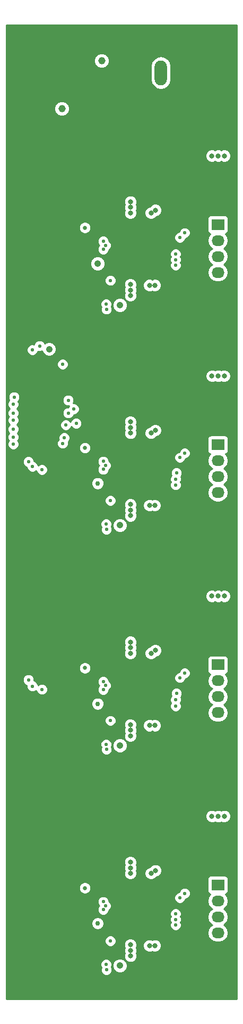
<source format=gbr>
G04 #@! TF.FileFunction,Copper,L2,Inr,Plane*
%FSLAX46Y46*%
G04 Gerber Fmt 4.6, Leading zero omitted, Abs format (unit mm)*
G04 Created by KiCad (PCBNEW 4.0.1-stable) date 07-10-2017 22:38:10*
%MOMM*%
G01*
G04 APERTURE LIST*
%ADD10C,0.100000*%
%ADD11C,0.800000*%
%ADD12R,2.032000X1.727200*%
%ADD13O,2.032000X1.727200*%
%ADD14R,1.980000X3.960000*%
%ADD15O,1.980000X3.960000*%
%ADD16C,0.550000*%
%ADD17C,0.850000*%
%ADD18C,0.750000*%
%ADD19C,1.050000*%
%ADD20C,1.150000*%
%ADD21C,0.650000*%
%ADD22C,0.254000*%
G04 APERTURE END LIST*
D10*
D11*
X255524000Y-216748500D03*
X252247400Y-181748500D03*
X252247400Y-180848000D03*
X252247400Y-179984400D03*
X259715000Y-246097000D03*
X259715000Y-211097000D03*
X259715000Y-176097000D03*
X260604000Y-246097000D03*
X260604000Y-211097000D03*
X260604000Y-176097000D03*
X259715000Y-248129000D03*
X259715000Y-213129000D03*
X259715000Y-178129000D03*
X260604000Y-247113000D03*
X260604000Y-212113000D03*
X260604000Y-177113000D03*
X260604000Y-248129000D03*
X260604000Y-213129000D03*
X260604000Y-178129000D03*
X259715000Y-247113000D03*
X259715000Y-212113000D03*
X259715000Y-177113000D03*
X252247400Y-249970500D03*
X252247400Y-214970500D03*
X252247400Y-250859500D03*
X252247400Y-215859500D03*
X255524000Y-251748500D03*
X255524000Y-181748500D03*
X256222500Y-251304000D03*
X256222500Y-216304000D03*
X256222500Y-181304000D03*
X252247400Y-251748500D03*
X252247400Y-216748500D03*
X261003800Y-242655300D03*
X261003800Y-207655300D03*
X261003800Y-172655300D03*
X267239500Y-242668000D03*
X267239500Y-207668000D03*
X267239500Y-172668000D03*
X265239500Y-242668000D03*
X265239500Y-207668000D03*
X265239500Y-172668000D03*
X262003800Y-242655300D03*
X262003800Y-207655300D03*
X262003800Y-172655300D03*
X260003800Y-242655300D03*
X260003800Y-207655300D03*
X260003800Y-172655300D03*
X266239500Y-242668000D03*
X266239500Y-207668000D03*
X266239500Y-172668000D03*
X252968000Y-258368000D03*
X252968000Y-223368000D03*
X252968000Y-188368000D03*
X251968000Y-258368000D03*
X251968000Y-223368000D03*
X251968000Y-188368000D03*
X251968000Y-259368000D03*
X251968000Y-224368000D03*
X251968000Y-189368000D03*
X252968000Y-259368000D03*
X252968000Y-224368000D03*
X252968000Y-189368000D03*
X259715000Y-267102800D03*
X259715000Y-232102800D03*
X259715000Y-197102800D03*
X260604000Y-267102800D03*
X260604000Y-232102800D03*
X260604000Y-197102800D03*
X259715000Y-266086800D03*
X259715000Y-231086800D03*
X259715000Y-196086800D03*
X260604000Y-266086800D03*
X260604000Y-231086800D03*
X260604000Y-196086800D03*
X259715000Y-268118800D03*
X259715000Y-233118800D03*
X259715000Y-198118800D03*
X260604000Y-268118800D03*
X260604000Y-233118800D03*
X260604000Y-198118800D03*
X252247400Y-264004000D03*
X252247400Y-229004000D03*
X252247400Y-194004000D03*
X252247400Y-264893000D03*
X252247400Y-229893000D03*
X252247400Y-194893000D03*
X252247400Y-263115000D03*
X252247400Y-228115000D03*
X252247400Y-193115000D03*
X253968000Y-255368000D03*
X253968000Y-220368000D03*
X253968000Y-185368000D03*
X253968000Y-257368000D03*
X253968000Y-222368000D03*
X253968000Y-187368000D03*
X254968000Y-256368000D03*
X254968000Y-221368000D03*
X254968000Y-186368000D03*
X254968000Y-255368000D03*
X254968000Y-220368000D03*
X254968000Y-185368000D03*
X253968000Y-256368000D03*
X253968000Y-221368000D03*
X253968000Y-186368000D03*
X254968000Y-257368000D03*
X254968000Y-222368000D03*
X254968000Y-187368000D03*
X255968000Y-258368000D03*
X255968000Y-223368000D03*
X255968000Y-188368000D03*
X254968000Y-259368000D03*
X254968000Y-224368000D03*
X254968000Y-189368000D03*
X255968000Y-259368000D03*
X255968000Y-224368000D03*
X255968000Y-189368000D03*
X254968000Y-258368000D03*
X254968000Y-223368000D03*
X254968000Y-188368000D03*
X253968000Y-258368000D03*
X253968000Y-223368000D03*
X253968000Y-188368000D03*
X253968000Y-259368000D03*
X253968000Y-224368000D03*
X253968000Y-189368000D03*
X251968000Y-255368000D03*
X251968000Y-220368000D03*
X251968000Y-185368000D03*
X252968000Y-255368000D03*
X252968000Y-220368000D03*
X252968000Y-185368000D03*
X251968000Y-256368000D03*
X251968000Y-221368000D03*
X251968000Y-186368000D03*
X252968000Y-256368000D03*
X252968000Y-221368000D03*
X252968000Y-186368000D03*
X252968000Y-257368000D03*
X252968000Y-222368000D03*
X252968000Y-187368000D03*
X251968000Y-257368000D03*
X251968000Y-222368000D03*
X251968000Y-187368000D03*
X255968000Y-256368000D03*
X255968000Y-221368000D03*
X255968000Y-186368000D03*
X255968000Y-257368000D03*
X255968000Y-222368000D03*
X255968000Y-187368000D03*
X255968000Y-255368000D03*
X255968000Y-220368000D03*
X255968000Y-185368000D03*
X256159000Y-263242000D03*
X256159000Y-228242000D03*
X256159000Y-193242000D03*
X255270000Y-263242000D03*
X255270000Y-228242000D03*
X255270000Y-193242000D03*
D12*
X266192000Y-253590000D03*
D13*
X266192000Y-256130000D03*
X266192000Y-258670000D03*
X266192000Y-261210000D03*
D12*
X266192000Y-218590000D03*
D13*
X266192000Y-221130000D03*
X266192000Y-223670000D03*
X266192000Y-226210000D03*
D12*
X266192000Y-183590000D03*
D13*
X266192000Y-186130000D03*
X266192000Y-188670000D03*
X266192000Y-191210000D03*
D11*
X267239500Y-137668000D03*
X266239500Y-137668000D03*
X265239500Y-137668000D03*
X262003800Y-137655300D03*
X261003800Y-137655300D03*
X260003800Y-137655300D03*
X256222500Y-146304000D03*
X255524000Y-146748500D03*
X256159000Y-158242000D03*
X255270000Y-158242000D03*
X252247400Y-159004000D03*
X252247400Y-158115000D03*
X252247400Y-159893000D03*
X260604000Y-163118800D03*
X260604000Y-161086800D03*
X260604000Y-162102800D03*
X259715000Y-163118800D03*
X259715000Y-162102800D03*
X259715000Y-161086800D03*
X252247400Y-145859500D03*
X252247400Y-144970500D03*
X252247400Y-146748500D03*
X259715000Y-142113000D03*
X260604000Y-142113000D03*
X260604000Y-141097000D03*
X259715000Y-141097000D03*
X259715000Y-143129000D03*
X260604000Y-143129000D03*
X255968000Y-154368000D03*
X254968000Y-154368000D03*
X253968000Y-154368000D03*
X252968000Y-154368000D03*
X251968000Y-154368000D03*
X255968000Y-153368000D03*
X254968000Y-153368000D03*
X253968000Y-153368000D03*
X252968000Y-153368000D03*
X251968000Y-153368000D03*
X255968000Y-152368000D03*
X254968000Y-152368000D03*
X253968000Y-152368000D03*
X252968000Y-152368000D03*
X251968000Y-152368000D03*
X255968000Y-151368000D03*
X254968000Y-151368000D03*
X253968000Y-151368000D03*
X252968000Y-151368000D03*
X251968000Y-151368000D03*
X255968000Y-150368000D03*
X254968000Y-150368000D03*
X253968000Y-150368000D03*
X252968000Y-150368000D03*
X251968000Y-150368000D03*
D12*
X266192000Y-148590000D03*
D13*
X266192000Y-151130000D03*
X266192000Y-153670000D03*
X266192000Y-156210000D03*
D14*
X252095000Y-124460000D03*
D15*
X257095000Y-124460000D03*
D16*
X260921500Y-254923500D03*
X260921500Y-219923500D03*
X260921500Y-184923500D03*
X260921500Y-149923500D03*
D17*
X249301000Y-261210000D03*
X249301000Y-226210000D03*
X249301000Y-191210000D03*
D16*
X261429500Y-251621500D03*
X261429500Y-216621500D03*
X261429500Y-181621500D03*
D18*
X260858000Y-261083000D03*
X260858000Y-226083000D03*
X260858000Y-191083000D03*
D17*
X249301000Y-156210000D03*
D19*
X235331000Y-168402000D03*
D20*
X239350800Y-121158000D03*
D16*
X261429500Y-146621500D03*
D18*
X260858000Y-156083000D03*
D21*
X244983000Y-254098000D03*
X244983000Y-219098000D03*
X244983000Y-184098000D03*
D16*
X260124000Y-255650000D03*
X260124000Y-220650000D03*
X260124000Y-185650000D03*
D19*
X239268000Y-168402000D03*
D21*
X244983000Y-149098000D03*
D20*
X241300000Y-130175000D03*
D16*
X260124000Y-150650000D03*
X259461000Y-154178000D03*
X248348500Y-161226500D03*
D18*
X247015000Y-259715000D03*
X247015000Y-224790000D03*
X247015000Y-189738000D03*
D19*
X250571000Y-266417000D03*
X250571000Y-231417000D03*
X250571000Y-196417000D03*
X247015000Y-154813000D03*
X250571000Y-161417000D03*
D20*
X247650000Y-122555000D03*
D16*
X259461000Y-155067000D03*
X249047000Y-157480000D03*
X236579980Y-168529000D03*
X235966000Y-186309000D03*
X235966000Y-220980000D03*
X247904000Y-256257000D03*
X247904000Y-221257000D03*
X247904000Y-186257000D03*
X247904000Y-151257000D03*
X237744000Y-167894000D03*
X236601000Y-187071000D03*
X236601000Y-221996000D03*
X248285000Y-256892000D03*
X248285000Y-221892000D03*
X248285000Y-186892000D03*
X248285000Y-151892000D03*
X238125000Y-187579000D03*
X238125000Y-222504000D03*
X247904000Y-257527000D03*
X247904000Y-222527000D03*
X247904000Y-187527000D03*
X241427000Y-170815000D03*
X247904000Y-152527000D03*
X259461000Y-153289000D03*
X248412000Y-162052000D03*
X259461000Y-259969000D03*
X249047000Y-262480000D03*
X241427000Y-183388000D03*
X233553000Y-183515000D03*
X233553000Y-182372000D03*
X241681000Y-182499000D03*
X259461000Y-258191000D03*
X248412000Y-267052000D03*
X259461000Y-225171000D03*
X241935000Y-180467000D03*
X233553000Y-181102000D03*
X249047000Y-227480000D03*
X233553000Y-179705000D03*
X243586000Y-180213000D03*
X259588000Y-223139000D03*
X248412000Y-232052000D03*
X259461000Y-189992000D03*
X243205000Y-177927000D03*
X249047000Y-192480000D03*
X233553000Y-177165000D03*
X233680000Y-176022000D03*
X242316000Y-176530000D03*
X259588000Y-188087000D03*
X242316000Y-178562000D03*
X233553000Y-178562000D03*
X248412000Y-197052000D03*
X259461000Y-189103000D03*
X248348500Y-196226500D03*
X259461000Y-224155000D03*
X248348500Y-231226500D03*
X259461000Y-259080000D03*
X248348500Y-266226500D03*
D22*
G36*
X269165000Y-271705000D02*
X232485000Y-271705000D01*
X232485000Y-266406716D01*
X247438342Y-266406716D01*
X247566161Y-266716060D01*
X247502158Y-266870196D01*
X247501842Y-267232216D01*
X247640090Y-267566800D01*
X247895853Y-267823011D01*
X248230196Y-267961842D01*
X248592216Y-267962158D01*
X248926800Y-267823910D01*
X249183011Y-267568147D01*
X249321842Y-267233804D01*
X249322158Y-266871784D01*
X249229166Y-266646726D01*
X249410799Y-266646726D01*
X249587026Y-267073229D01*
X249913055Y-267399827D01*
X250339249Y-267576798D01*
X250800726Y-267577201D01*
X251227229Y-267400974D01*
X251553827Y-267074945D01*
X251730798Y-266648751D01*
X251731201Y-266187274D01*
X251554974Y-265760771D01*
X251228945Y-265434173D01*
X250802751Y-265257202D01*
X250341274Y-265256799D01*
X249914771Y-265433026D01*
X249588173Y-265759055D01*
X249411202Y-266185249D01*
X249410799Y-266646726D01*
X249229166Y-266646726D01*
X249194339Y-266562440D01*
X249258342Y-266408304D01*
X249258658Y-266046284D01*
X249120410Y-265711700D01*
X248864647Y-265455489D01*
X248530304Y-265316658D01*
X248168284Y-265316342D01*
X247833700Y-265454590D01*
X247577489Y-265710353D01*
X247438658Y-266044696D01*
X247438342Y-266406716D01*
X232485000Y-266406716D01*
X232485000Y-262660216D01*
X248136842Y-262660216D01*
X248275090Y-262994800D01*
X248530853Y-263251011D01*
X248865196Y-263389842D01*
X249227216Y-263390158D01*
X249397080Y-263319971D01*
X251212221Y-263319971D01*
X251311241Y-263559619D01*
X251212580Y-263797223D01*
X251212221Y-264208971D01*
X251311241Y-264448619D01*
X251212580Y-264686223D01*
X251212221Y-265097971D01*
X251369458Y-265478515D01*
X251660354Y-265769919D01*
X252040623Y-265927820D01*
X252452371Y-265928179D01*
X252832915Y-265770942D01*
X253124319Y-265480046D01*
X253282220Y-265099777D01*
X253282579Y-264688029D01*
X253183559Y-264448381D01*
X253282220Y-264210777D01*
X253282579Y-263799029D01*
X253183559Y-263559381D01*
X253230235Y-263446971D01*
X254234821Y-263446971D01*
X254392058Y-263827515D01*
X254682954Y-264118919D01*
X255063223Y-264276820D01*
X255474971Y-264277179D01*
X255714619Y-264178159D01*
X255952223Y-264276820D01*
X256363971Y-264277179D01*
X256744515Y-264119942D01*
X257035919Y-263829046D01*
X257193820Y-263448777D01*
X257194179Y-263037029D01*
X257036942Y-262656485D01*
X256746046Y-262365081D01*
X256365777Y-262207180D01*
X255954029Y-262206821D01*
X255714381Y-262305841D01*
X255476777Y-262207180D01*
X255065029Y-262206821D01*
X254684485Y-262364058D01*
X254393081Y-262654954D01*
X254235180Y-263035223D01*
X254234821Y-263446971D01*
X253230235Y-263446971D01*
X253282220Y-263321777D01*
X253282579Y-262910029D01*
X253125342Y-262529485D01*
X252834446Y-262238081D01*
X252454177Y-262080180D01*
X252042429Y-262079821D01*
X251661885Y-262237058D01*
X251370481Y-262527954D01*
X251212580Y-262908223D01*
X251212221Y-263319971D01*
X249397080Y-263319971D01*
X249561800Y-263251910D01*
X249818011Y-262996147D01*
X249956842Y-262661804D01*
X249957158Y-262299784D01*
X249818910Y-261965200D01*
X249563147Y-261708989D01*
X249228804Y-261570158D01*
X248866784Y-261569842D01*
X248532200Y-261708090D01*
X248275989Y-261963853D01*
X248137158Y-262298196D01*
X248136842Y-262660216D01*
X232485000Y-262660216D01*
X232485000Y-259915020D01*
X246004825Y-259915020D01*
X246158264Y-260286372D01*
X246442134Y-260570737D01*
X246813217Y-260724824D01*
X247215020Y-260725175D01*
X247586372Y-260571736D01*
X247870737Y-260287866D01*
X248024824Y-259916783D01*
X248025175Y-259514980D01*
X247871736Y-259143628D01*
X247587866Y-258859263D01*
X247216783Y-258705176D01*
X246814980Y-258704825D01*
X246443628Y-258858264D01*
X246159263Y-259142134D01*
X246005176Y-259513217D01*
X246004825Y-259915020D01*
X232485000Y-259915020D01*
X232485000Y-256437216D01*
X246993842Y-256437216D01*
X247132090Y-256771800D01*
X247252065Y-256891985D01*
X247132989Y-257010853D01*
X246994158Y-257345196D01*
X246993842Y-257707216D01*
X247132090Y-258041800D01*
X247387853Y-258298011D01*
X247722196Y-258436842D01*
X248084216Y-258437158D01*
X248243807Y-258371216D01*
X258550842Y-258371216D01*
X258660140Y-258635737D01*
X258551158Y-258898196D01*
X258550842Y-259260216D01*
X258660140Y-259524737D01*
X258551158Y-259787196D01*
X258550842Y-260149216D01*
X258689090Y-260483800D01*
X258944853Y-260740011D01*
X259279196Y-260878842D01*
X259641216Y-260879158D01*
X259975800Y-260740910D01*
X260232011Y-260485147D01*
X260370842Y-260150804D01*
X260371158Y-259788784D01*
X260261860Y-259524263D01*
X260370842Y-259261804D01*
X260371158Y-258899784D01*
X260261860Y-258635263D01*
X260370842Y-258372804D01*
X260371158Y-258010784D01*
X260232910Y-257676200D01*
X259977147Y-257419989D01*
X259642804Y-257281158D01*
X259280784Y-257280842D01*
X258946200Y-257419090D01*
X258689989Y-257674853D01*
X258551158Y-258009196D01*
X258550842Y-258371216D01*
X248243807Y-258371216D01*
X248418800Y-258298910D01*
X248675011Y-258043147D01*
X248813842Y-257708804D01*
X248813893Y-257649841D01*
X249056011Y-257408147D01*
X249194842Y-257073804D01*
X249195158Y-256711784D01*
X249056910Y-256377200D01*
X248814108Y-256133973D01*
X248814158Y-256076784D01*
X248712278Y-255830216D01*
X259213842Y-255830216D01*
X259352090Y-256164800D01*
X259607853Y-256421011D01*
X259942196Y-256559842D01*
X260304216Y-256560158D01*
X260638800Y-256421910D01*
X260895011Y-256166147D01*
X260910020Y-256130000D01*
X264508655Y-256130000D01*
X264622729Y-256703489D01*
X264947585Y-257189670D01*
X265262366Y-257400000D01*
X264947585Y-257610330D01*
X264622729Y-258096511D01*
X264508655Y-258670000D01*
X264622729Y-259243489D01*
X264947585Y-259729670D01*
X265262366Y-259940000D01*
X264947585Y-260150330D01*
X264622729Y-260636511D01*
X264508655Y-261210000D01*
X264622729Y-261783489D01*
X264947585Y-262269670D01*
X265433766Y-262594526D01*
X266007255Y-262708600D01*
X266376745Y-262708600D01*
X266950234Y-262594526D01*
X267436415Y-262269670D01*
X267761271Y-261783489D01*
X267875345Y-261210000D01*
X267761271Y-260636511D01*
X267436415Y-260150330D01*
X267121634Y-259940000D01*
X267436415Y-259729670D01*
X267761271Y-259243489D01*
X267875345Y-258670000D01*
X267761271Y-258096511D01*
X267436415Y-257610330D01*
X267121634Y-257400000D01*
X267436415Y-257189670D01*
X267761271Y-256703489D01*
X267875345Y-256130000D01*
X267761271Y-255556511D01*
X267436415Y-255070330D01*
X267422087Y-255060757D01*
X267443317Y-255056762D01*
X267659441Y-254917690D01*
X267804431Y-254705490D01*
X267855440Y-254453600D01*
X267855440Y-252726400D01*
X267811162Y-252491083D01*
X267672090Y-252274959D01*
X267459890Y-252129969D01*
X267208000Y-252078960D01*
X265176000Y-252078960D01*
X264940683Y-252123238D01*
X264724559Y-252262310D01*
X264579569Y-252474510D01*
X264528560Y-252726400D01*
X264528560Y-254453600D01*
X264572838Y-254688917D01*
X264711910Y-254905041D01*
X264924110Y-255050031D01*
X264965439Y-255058400D01*
X264947585Y-255070330D01*
X264622729Y-255556511D01*
X264508655Y-256130000D01*
X260910020Y-256130000D01*
X261033097Y-255833598D01*
X261101716Y-255833658D01*
X261436300Y-255695410D01*
X261692511Y-255439647D01*
X261831342Y-255105304D01*
X261831658Y-254743284D01*
X261693410Y-254408700D01*
X261437647Y-254152489D01*
X261103304Y-254013658D01*
X260741284Y-254013342D01*
X260406700Y-254151590D01*
X260150489Y-254407353D01*
X260012403Y-254739902D01*
X259943784Y-254739842D01*
X259609200Y-254878090D01*
X259352989Y-255133853D01*
X259214158Y-255468196D01*
X259213842Y-255830216D01*
X248712278Y-255830216D01*
X248675910Y-255742200D01*
X248420147Y-255485989D01*
X248085804Y-255347158D01*
X247723784Y-255346842D01*
X247389200Y-255485090D01*
X247132989Y-255740853D01*
X246994158Y-256075196D01*
X246993842Y-256437216D01*
X232485000Y-256437216D01*
X232485000Y-254288118D01*
X244022833Y-254288118D01*
X244168677Y-254641086D01*
X244438493Y-254911374D01*
X244791206Y-255057833D01*
X245173118Y-255058167D01*
X245526086Y-254912323D01*
X245796374Y-254642507D01*
X245942833Y-254289794D01*
X245943167Y-253907882D01*
X245797323Y-253554914D01*
X245527507Y-253284626D01*
X245174794Y-253138167D01*
X244792882Y-253137833D01*
X244439914Y-253283677D01*
X244169626Y-253553493D01*
X244023167Y-253906206D01*
X244022833Y-254288118D01*
X232485000Y-254288118D01*
X232485000Y-250175471D01*
X251212221Y-250175471D01*
X251311241Y-250415119D01*
X251212580Y-250652723D01*
X251212221Y-251064471D01*
X251311241Y-251304119D01*
X251212580Y-251541723D01*
X251212221Y-251953471D01*
X251369458Y-252334015D01*
X251660354Y-252625419D01*
X252040623Y-252783320D01*
X252452371Y-252783679D01*
X252832915Y-252626442D01*
X253124319Y-252335546D01*
X253282220Y-251955277D01*
X253282221Y-251953471D01*
X254488821Y-251953471D01*
X254646058Y-252334015D01*
X254936954Y-252625419D01*
X255317223Y-252783320D01*
X255728971Y-252783679D01*
X256109515Y-252626442D01*
X256397306Y-252339153D01*
X256427471Y-252339179D01*
X256808015Y-252181942D01*
X257099419Y-251891046D01*
X257257320Y-251510777D01*
X257257679Y-251099029D01*
X257100442Y-250718485D01*
X256809546Y-250427081D01*
X256429277Y-250269180D01*
X256017529Y-250268821D01*
X255636985Y-250426058D01*
X255349194Y-250713347D01*
X255319029Y-250713321D01*
X254938485Y-250870558D01*
X254647081Y-251161454D01*
X254489180Y-251541723D01*
X254488821Y-251953471D01*
X253282221Y-251953471D01*
X253282579Y-251543529D01*
X253183559Y-251303881D01*
X253282220Y-251066277D01*
X253282579Y-250654529D01*
X253183559Y-250414881D01*
X253282220Y-250177277D01*
X253282579Y-249765529D01*
X253125342Y-249384985D01*
X252834446Y-249093581D01*
X252454177Y-248935680D01*
X252042429Y-248935321D01*
X251661885Y-249092558D01*
X251370481Y-249383454D01*
X251212580Y-249763723D01*
X251212221Y-250175471D01*
X232485000Y-250175471D01*
X232485000Y-242872971D01*
X264204321Y-242872971D01*
X264361558Y-243253515D01*
X264652454Y-243544919D01*
X265032723Y-243702820D01*
X265444471Y-243703179D01*
X265739756Y-243581170D01*
X266032723Y-243702820D01*
X266444471Y-243703179D01*
X266739756Y-243581170D01*
X267032723Y-243702820D01*
X267444471Y-243703179D01*
X267825015Y-243545942D01*
X268116419Y-243255046D01*
X268274320Y-242874777D01*
X268274679Y-242463029D01*
X268117442Y-242082485D01*
X267826546Y-241791081D01*
X267446277Y-241633180D01*
X267034529Y-241632821D01*
X266739244Y-241754830D01*
X266446277Y-241633180D01*
X266034529Y-241632821D01*
X265739244Y-241754830D01*
X265446277Y-241633180D01*
X265034529Y-241632821D01*
X264653985Y-241790058D01*
X264362581Y-242080954D01*
X264204680Y-242461223D01*
X264204321Y-242872971D01*
X232485000Y-242872971D01*
X232485000Y-231406716D01*
X247438342Y-231406716D01*
X247566161Y-231716060D01*
X247502158Y-231870196D01*
X247501842Y-232232216D01*
X247640090Y-232566800D01*
X247895853Y-232823011D01*
X248230196Y-232961842D01*
X248592216Y-232962158D01*
X248926800Y-232823910D01*
X249183011Y-232568147D01*
X249321842Y-232233804D01*
X249322158Y-231871784D01*
X249229166Y-231646726D01*
X249410799Y-231646726D01*
X249587026Y-232073229D01*
X249913055Y-232399827D01*
X250339249Y-232576798D01*
X250800726Y-232577201D01*
X251227229Y-232400974D01*
X251553827Y-232074945D01*
X251730798Y-231648751D01*
X251731201Y-231187274D01*
X251554974Y-230760771D01*
X251228945Y-230434173D01*
X250802751Y-230257202D01*
X250341274Y-230256799D01*
X249914771Y-230433026D01*
X249588173Y-230759055D01*
X249411202Y-231185249D01*
X249410799Y-231646726D01*
X249229166Y-231646726D01*
X249194339Y-231562440D01*
X249258342Y-231408304D01*
X249258658Y-231046284D01*
X249120410Y-230711700D01*
X248864647Y-230455489D01*
X248530304Y-230316658D01*
X248168284Y-230316342D01*
X247833700Y-230454590D01*
X247577489Y-230710353D01*
X247438658Y-231044696D01*
X247438342Y-231406716D01*
X232485000Y-231406716D01*
X232485000Y-227660216D01*
X248136842Y-227660216D01*
X248275090Y-227994800D01*
X248530853Y-228251011D01*
X248865196Y-228389842D01*
X249227216Y-228390158D01*
X249397080Y-228319971D01*
X251212221Y-228319971D01*
X251311241Y-228559619D01*
X251212580Y-228797223D01*
X251212221Y-229208971D01*
X251311241Y-229448619D01*
X251212580Y-229686223D01*
X251212221Y-230097971D01*
X251369458Y-230478515D01*
X251660354Y-230769919D01*
X252040623Y-230927820D01*
X252452371Y-230928179D01*
X252832915Y-230770942D01*
X253124319Y-230480046D01*
X253282220Y-230099777D01*
X253282579Y-229688029D01*
X253183559Y-229448381D01*
X253282220Y-229210777D01*
X253282579Y-228799029D01*
X253183559Y-228559381D01*
X253230235Y-228446971D01*
X254234821Y-228446971D01*
X254392058Y-228827515D01*
X254682954Y-229118919D01*
X255063223Y-229276820D01*
X255474971Y-229277179D01*
X255714619Y-229178159D01*
X255952223Y-229276820D01*
X256363971Y-229277179D01*
X256744515Y-229119942D01*
X257035919Y-228829046D01*
X257193820Y-228448777D01*
X257194179Y-228037029D01*
X257036942Y-227656485D01*
X256746046Y-227365081D01*
X256365777Y-227207180D01*
X255954029Y-227206821D01*
X255714381Y-227305841D01*
X255476777Y-227207180D01*
X255065029Y-227206821D01*
X254684485Y-227364058D01*
X254393081Y-227654954D01*
X254235180Y-228035223D01*
X254234821Y-228446971D01*
X253230235Y-228446971D01*
X253282220Y-228321777D01*
X253282579Y-227910029D01*
X253125342Y-227529485D01*
X252834446Y-227238081D01*
X252454177Y-227080180D01*
X252042429Y-227079821D01*
X251661885Y-227237058D01*
X251370481Y-227527954D01*
X251212580Y-227908223D01*
X251212221Y-228319971D01*
X249397080Y-228319971D01*
X249561800Y-228251910D01*
X249818011Y-227996147D01*
X249956842Y-227661804D01*
X249957158Y-227299784D01*
X249818910Y-226965200D01*
X249563147Y-226708989D01*
X249228804Y-226570158D01*
X248866784Y-226569842D01*
X248532200Y-226708090D01*
X248275989Y-226963853D01*
X248137158Y-227298196D01*
X248136842Y-227660216D01*
X232485000Y-227660216D01*
X232485000Y-224990020D01*
X246004825Y-224990020D01*
X246158264Y-225361372D01*
X246442134Y-225645737D01*
X246813217Y-225799824D01*
X247215020Y-225800175D01*
X247586372Y-225646736D01*
X247870737Y-225362866D01*
X248024824Y-224991783D01*
X248025175Y-224589980D01*
X247919910Y-224335216D01*
X258550842Y-224335216D01*
X258686443Y-224663393D01*
X258551158Y-224989196D01*
X258550842Y-225351216D01*
X258689090Y-225685800D01*
X258944853Y-225942011D01*
X259279196Y-226080842D01*
X259641216Y-226081158D01*
X259975800Y-225942910D01*
X260232011Y-225687147D01*
X260370842Y-225352804D01*
X260371158Y-224990784D01*
X260235557Y-224662607D01*
X260370842Y-224336804D01*
X260371158Y-223974784D01*
X260274107Y-223739903D01*
X260359011Y-223655147D01*
X260497842Y-223320804D01*
X260498158Y-222958784D01*
X260359910Y-222624200D01*
X260104147Y-222367989D01*
X259769804Y-222229158D01*
X259407784Y-222228842D01*
X259073200Y-222367090D01*
X258816989Y-222622853D01*
X258678158Y-222957196D01*
X258677842Y-223319216D01*
X258774893Y-223554097D01*
X258689989Y-223638853D01*
X258551158Y-223973196D01*
X258550842Y-224335216D01*
X247919910Y-224335216D01*
X247871736Y-224218628D01*
X247587866Y-223934263D01*
X247216783Y-223780176D01*
X246814980Y-223779825D01*
X246443628Y-223933264D01*
X246159263Y-224217134D01*
X246005176Y-224588217D01*
X246004825Y-224990020D01*
X232485000Y-224990020D01*
X232485000Y-221160216D01*
X235055842Y-221160216D01*
X235194090Y-221494800D01*
X235449853Y-221751011D01*
X235691126Y-221851196D01*
X235690842Y-222176216D01*
X235829090Y-222510800D01*
X236084853Y-222767011D01*
X236419196Y-222905842D01*
X236781216Y-222906158D01*
X237115800Y-222767910D01*
X237214855Y-222669028D01*
X237214842Y-222684216D01*
X237353090Y-223018800D01*
X237608853Y-223275011D01*
X237943196Y-223413842D01*
X238305216Y-223414158D01*
X238639800Y-223275910D01*
X238896011Y-223020147D01*
X239034842Y-222685804D01*
X239035158Y-222323784D01*
X238896910Y-221989200D01*
X238641147Y-221732989D01*
X238306804Y-221594158D01*
X237944784Y-221593842D01*
X237610200Y-221732090D01*
X237511145Y-221830972D01*
X237511158Y-221815784D01*
X237372910Y-221481200D01*
X237329003Y-221437216D01*
X246993842Y-221437216D01*
X247132090Y-221771800D01*
X247252065Y-221891985D01*
X247132989Y-222010853D01*
X246994158Y-222345196D01*
X246993842Y-222707216D01*
X247132090Y-223041800D01*
X247387853Y-223298011D01*
X247722196Y-223436842D01*
X248084216Y-223437158D01*
X248418800Y-223298910D01*
X248675011Y-223043147D01*
X248813842Y-222708804D01*
X248813893Y-222649841D01*
X249056011Y-222408147D01*
X249194842Y-222073804D01*
X249195158Y-221711784D01*
X249056910Y-221377200D01*
X248814108Y-221133973D01*
X248814158Y-221076784D01*
X248712278Y-220830216D01*
X259213842Y-220830216D01*
X259352090Y-221164800D01*
X259607853Y-221421011D01*
X259942196Y-221559842D01*
X260304216Y-221560158D01*
X260638800Y-221421910D01*
X260895011Y-221166147D01*
X260910020Y-221130000D01*
X264508655Y-221130000D01*
X264622729Y-221703489D01*
X264947585Y-222189670D01*
X265262366Y-222400000D01*
X264947585Y-222610330D01*
X264622729Y-223096511D01*
X264508655Y-223670000D01*
X264622729Y-224243489D01*
X264947585Y-224729670D01*
X265262366Y-224940000D01*
X264947585Y-225150330D01*
X264622729Y-225636511D01*
X264508655Y-226210000D01*
X264622729Y-226783489D01*
X264947585Y-227269670D01*
X265433766Y-227594526D01*
X266007255Y-227708600D01*
X266376745Y-227708600D01*
X266950234Y-227594526D01*
X267436415Y-227269670D01*
X267761271Y-226783489D01*
X267875345Y-226210000D01*
X267761271Y-225636511D01*
X267436415Y-225150330D01*
X267121634Y-224940000D01*
X267436415Y-224729670D01*
X267761271Y-224243489D01*
X267875345Y-223670000D01*
X267761271Y-223096511D01*
X267436415Y-222610330D01*
X267121634Y-222400000D01*
X267436415Y-222189670D01*
X267761271Y-221703489D01*
X267875345Y-221130000D01*
X267761271Y-220556511D01*
X267436415Y-220070330D01*
X267422087Y-220060757D01*
X267443317Y-220056762D01*
X267659441Y-219917690D01*
X267804431Y-219705490D01*
X267855440Y-219453600D01*
X267855440Y-217726400D01*
X267811162Y-217491083D01*
X267672090Y-217274959D01*
X267459890Y-217129969D01*
X267208000Y-217078960D01*
X265176000Y-217078960D01*
X264940683Y-217123238D01*
X264724559Y-217262310D01*
X264579569Y-217474510D01*
X264528560Y-217726400D01*
X264528560Y-219453600D01*
X264572838Y-219688917D01*
X264711910Y-219905041D01*
X264924110Y-220050031D01*
X264965439Y-220058400D01*
X264947585Y-220070330D01*
X264622729Y-220556511D01*
X264508655Y-221130000D01*
X260910020Y-221130000D01*
X261033097Y-220833598D01*
X261101716Y-220833658D01*
X261436300Y-220695410D01*
X261692511Y-220439647D01*
X261831342Y-220105304D01*
X261831658Y-219743284D01*
X261693410Y-219408700D01*
X261437647Y-219152489D01*
X261103304Y-219013658D01*
X260741284Y-219013342D01*
X260406700Y-219151590D01*
X260150489Y-219407353D01*
X260012403Y-219739902D01*
X259943784Y-219739842D01*
X259609200Y-219878090D01*
X259352989Y-220133853D01*
X259214158Y-220468196D01*
X259213842Y-220830216D01*
X248712278Y-220830216D01*
X248675910Y-220742200D01*
X248420147Y-220485989D01*
X248085804Y-220347158D01*
X247723784Y-220346842D01*
X247389200Y-220485090D01*
X247132989Y-220740853D01*
X246994158Y-221075196D01*
X246993842Y-221437216D01*
X237329003Y-221437216D01*
X237117147Y-221224989D01*
X236875874Y-221124804D01*
X236876158Y-220799784D01*
X236737910Y-220465200D01*
X236482147Y-220208989D01*
X236147804Y-220070158D01*
X235785784Y-220069842D01*
X235451200Y-220208090D01*
X235194989Y-220463853D01*
X235056158Y-220798196D01*
X235055842Y-221160216D01*
X232485000Y-221160216D01*
X232485000Y-219288118D01*
X244022833Y-219288118D01*
X244168677Y-219641086D01*
X244438493Y-219911374D01*
X244791206Y-220057833D01*
X245173118Y-220058167D01*
X245526086Y-219912323D01*
X245796374Y-219642507D01*
X245942833Y-219289794D01*
X245943167Y-218907882D01*
X245797323Y-218554914D01*
X245527507Y-218284626D01*
X245174794Y-218138167D01*
X244792882Y-218137833D01*
X244439914Y-218283677D01*
X244169626Y-218553493D01*
X244023167Y-218906206D01*
X244022833Y-219288118D01*
X232485000Y-219288118D01*
X232485000Y-215175471D01*
X251212221Y-215175471D01*
X251311241Y-215415119D01*
X251212580Y-215652723D01*
X251212221Y-216064471D01*
X251311241Y-216304119D01*
X251212580Y-216541723D01*
X251212221Y-216953471D01*
X251369458Y-217334015D01*
X251660354Y-217625419D01*
X252040623Y-217783320D01*
X252452371Y-217783679D01*
X252832915Y-217626442D01*
X253124319Y-217335546D01*
X253282220Y-216955277D01*
X253282221Y-216953471D01*
X254488821Y-216953471D01*
X254646058Y-217334015D01*
X254936954Y-217625419D01*
X255317223Y-217783320D01*
X255728971Y-217783679D01*
X256109515Y-217626442D01*
X256397306Y-217339153D01*
X256427471Y-217339179D01*
X256808015Y-217181942D01*
X257099419Y-216891046D01*
X257257320Y-216510777D01*
X257257679Y-216099029D01*
X257100442Y-215718485D01*
X256809546Y-215427081D01*
X256429277Y-215269180D01*
X256017529Y-215268821D01*
X255636985Y-215426058D01*
X255349194Y-215713347D01*
X255319029Y-215713321D01*
X254938485Y-215870558D01*
X254647081Y-216161454D01*
X254489180Y-216541723D01*
X254488821Y-216953471D01*
X253282221Y-216953471D01*
X253282579Y-216543529D01*
X253183559Y-216303881D01*
X253282220Y-216066277D01*
X253282579Y-215654529D01*
X253183559Y-215414881D01*
X253282220Y-215177277D01*
X253282579Y-214765529D01*
X253125342Y-214384985D01*
X252834446Y-214093581D01*
X252454177Y-213935680D01*
X252042429Y-213935321D01*
X251661885Y-214092558D01*
X251370481Y-214383454D01*
X251212580Y-214763723D01*
X251212221Y-215175471D01*
X232485000Y-215175471D01*
X232485000Y-207872971D01*
X264204321Y-207872971D01*
X264361558Y-208253515D01*
X264652454Y-208544919D01*
X265032723Y-208702820D01*
X265444471Y-208703179D01*
X265739756Y-208581170D01*
X266032723Y-208702820D01*
X266444471Y-208703179D01*
X266739756Y-208581170D01*
X267032723Y-208702820D01*
X267444471Y-208703179D01*
X267825015Y-208545942D01*
X268116419Y-208255046D01*
X268274320Y-207874777D01*
X268274679Y-207463029D01*
X268117442Y-207082485D01*
X267826546Y-206791081D01*
X267446277Y-206633180D01*
X267034529Y-206632821D01*
X266739244Y-206754830D01*
X266446277Y-206633180D01*
X266034529Y-206632821D01*
X265739244Y-206754830D01*
X265446277Y-206633180D01*
X265034529Y-206632821D01*
X264653985Y-206790058D01*
X264362581Y-207080954D01*
X264204680Y-207461223D01*
X264204321Y-207872971D01*
X232485000Y-207872971D01*
X232485000Y-196406716D01*
X247438342Y-196406716D01*
X247566161Y-196716060D01*
X247502158Y-196870196D01*
X247501842Y-197232216D01*
X247640090Y-197566800D01*
X247895853Y-197823011D01*
X248230196Y-197961842D01*
X248592216Y-197962158D01*
X248926800Y-197823910D01*
X249183011Y-197568147D01*
X249321842Y-197233804D01*
X249322158Y-196871784D01*
X249229166Y-196646726D01*
X249410799Y-196646726D01*
X249587026Y-197073229D01*
X249913055Y-197399827D01*
X250339249Y-197576798D01*
X250800726Y-197577201D01*
X251227229Y-197400974D01*
X251553827Y-197074945D01*
X251730798Y-196648751D01*
X251731201Y-196187274D01*
X251554974Y-195760771D01*
X251228945Y-195434173D01*
X250802751Y-195257202D01*
X250341274Y-195256799D01*
X249914771Y-195433026D01*
X249588173Y-195759055D01*
X249411202Y-196185249D01*
X249410799Y-196646726D01*
X249229166Y-196646726D01*
X249194339Y-196562440D01*
X249258342Y-196408304D01*
X249258658Y-196046284D01*
X249120410Y-195711700D01*
X248864647Y-195455489D01*
X248530304Y-195316658D01*
X248168284Y-195316342D01*
X247833700Y-195454590D01*
X247577489Y-195710353D01*
X247438658Y-196044696D01*
X247438342Y-196406716D01*
X232485000Y-196406716D01*
X232485000Y-192660216D01*
X248136842Y-192660216D01*
X248275090Y-192994800D01*
X248530853Y-193251011D01*
X248865196Y-193389842D01*
X249227216Y-193390158D01*
X249397080Y-193319971D01*
X251212221Y-193319971D01*
X251311241Y-193559619D01*
X251212580Y-193797223D01*
X251212221Y-194208971D01*
X251311241Y-194448619D01*
X251212580Y-194686223D01*
X251212221Y-195097971D01*
X251369458Y-195478515D01*
X251660354Y-195769919D01*
X252040623Y-195927820D01*
X252452371Y-195928179D01*
X252832915Y-195770942D01*
X253124319Y-195480046D01*
X253282220Y-195099777D01*
X253282579Y-194688029D01*
X253183559Y-194448381D01*
X253282220Y-194210777D01*
X253282579Y-193799029D01*
X253183559Y-193559381D01*
X253230235Y-193446971D01*
X254234821Y-193446971D01*
X254392058Y-193827515D01*
X254682954Y-194118919D01*
X255063223Y-194276820D01*
X255474971Y-194277179D01*
X255714619Y-194178159D01*
X255952223Y-194276820D01*
X256363971Y-194277179D01*
X256744515Y-194119942D01*
X257035919Y-193829046D01*
X257193820Y-193448777D01*
X257194179Y-193037029D01*
X257036942Y-192656485D01*
X256746046Y-192365081D01*
X256365777Y-192207180D01*
X255954029Y-192206821D01*
X255714381Y-192305841D01*
X255476777Y-192207180D01*
X255065029Y-192206821D01*
X254684485Y-192364058D01*
X254393081Y-192654954D01*
X254235180Y-193035223D01*
X254234821Y-193446971D01*
X253230235Y-193446971D01*
X253282220Y-193321777D01*
X253282579Y-192910029D01*
X253125342Y-192529485D01*
X252834446Y-192238081D01*
X252454177Y-192080180D01*
X252042429Y-192079821D01*
X251661885Y-192237058D01*
X251370481Y-192527954D01*
X251212580Y-192908223D01*
X251212221Y-193319971D01*
X249397080Y-193319971D01*
X249561800Y-193251910D01*
X249818011Y-192996147D01*
X249956842Y-192661804D01*
X249957158Y-192299784D01*
X249818910Y-191965200D01*
X249563147Y-191708989D01*
X249228804Y-191570158D01*
X248866784Y-191569842D01*
X248532200Y-191708090D01*
X248275989Y-191963853D01*
X248137158Y-192298196D01*
X248136842Y-192660216D01*
X232485000Y-192660216D01*
X232485000Y-189938020D01*
X246004825Y-189938020D01*
X246158264Y-190309372D01*
X246442134Y-190593737D01*
X246813217Y-190747824D01*
X247215020Y-190748175D01*
X247586372Y-190594736D01*
X247870737Y-190310866D01*
X248024824Y-189939783D01*
X248025175Y-189537980D01*
X247919910Y-189283216D01*
X258550842Y-189283216D01*
X258660140Y-189547737D01*
X258551158Y-189810196D01*
X258550842Y-190172216D01*
X258689090Y-190506800D01*
X258944853Y-190763011D01*
X259279196Y-190901842D01*
X259641216Y-190902158D01*
X259975800Y-190763910D01*
X260232011Y-190508147D01*
X260370842Y-190173804D01*
X260371158Y-189811784D01*
X260261860Y-189547263D01*
X260370842Y-189284804D01*
X260371158Y-188922784D01*
X260274107Y-188687903D01*
X260359011Y-188603147D01*
X260497842Y-188268804D01*
X260498158Y-187906784D01*
X260359910Y-187572200D01*
X260104147Y-187315989D01*
X259769804Y-187177158D01*
X259407784Y-187176842D01*
X259073200Y-187315090D01*
X258816989Y-187570853D01*
X258678158Y-187905196D01*
X258677842Y-188267216D01*
X258774893Y-188502097D01*
X258689989Y-188586853D01*
X258551158Y-188921196D01*
X258550842Y-189283216D01*
X247919910Y-189283216D01*
X247871736Y-189166628D01*
X247587866Y-188882263D01*
X247216783Y-188728176D01*
X246814980Y-188727825D01*
X246443628Y-188881264D01*
X246159263Y-189165134D01*
X246005176Y-189536217D01*
X246004825Y-189938020D01*
X232485000Y-189938020D01*
X232485000Y-186489216D01*
X235055842Y-186489216D01*
X235194090Y-186823800D01*
X235449853Y-187080011D01*
X235690904Y-187180104D01*
X235690842Y-187251216D01*
X235829090Y-187585800D01*
X236084853Y-187842011D01*
X236419196Y-187980842D01*
X236781216Y-187981158D01*
X237115800Y-187842910D01*
X237214855Y-187744028D01*
X237214842Y-187759216D01*
X237353090Y-188093800D01*
X237608853Y-188350011D01*
X237943196Y-188488842D01*
X238305216Y-188489158D01*
X238639800Y-188350910D01*
X238896011Y-188095147D01*
X239034842Y-187760804D01*
X239035158Y-187398784D01*
X238896910Y-187064200D01*
X238641147Y-186807989D01*
X238306804Y-186669158D01*
X237944784Y-186668842D01*
X237610200Y-186807090D01*
X237511145Y-186905972D01*
X237511158Y-186890784D01*
X237372910Y-186556200D01*
X237254135Y-186437216D01*
X246993842Y-186437216D01*
X247132090Y-186771800D01*
X247252065Y-186891985D01*
X247132989Y-187010853D01*
X246994158Y-187345196D01*
X246993842Y-187707216D01*
X247132090Y-188041800D01*
X247387853Y-188298011D01*
X247722196Y-188436842D01*
X248084216Y-188437158D01*
X248418800Y-188298910D01*
X248675011Y-188043147D01*
X248813842Y-187708804D01*
X248813893Y-187649841D01*
X249056011Y-187408147D01*
X249194842Y-187073804D01*
X249195158Y-186711784D01*
X249056910Y-186377200D01*
X248814108Y-186133973D01*
X248814158Y-186076784D01*
X248712278Y-185830216D01*
X259213842Y-185830216D01*
X259352090Y-186164800D01*
X259607853Y-186421011D01*
X259942196Y-186559842D01*
X260304216Y-186560158D01*
X260638800Y-186421910D01*
X260895011Y-186166147D01*
X260910020Y-186130000D01*
X264508655Y-186130000D01*
X264622729Y-186703489D01*
X264947585Y-187189670D01*
X265262366Y-187400000D01*
X264947585Y-187610330D01*
X264622729Y-188096511D01*
X264508655Y-188670000D01*
X264622729Y-189243489D01*
X264947585Y-189729670D01*
X265262366Y-189940000D01*
X264947585Y-190150330D01*
X264622729Y-190636511D01*
X264508655Y-191210000D01*
X264622729Y-191783489D01*
X264947585Y-192269670D01*
X265433766Y-192594526D01*
X266007255Y-192708600D01*
X266376745Y-192708600D01*
X266950234Y-192594526D01*
X267436415Y-192269670D01*
X267761271Y-191783489D01*
X267875345Y-191210000D01*
X267761271Y-190636511D01*
X267436415Y-190150330D01*
X267121634Y-189940000D01*
X267436415Y-189729670D01*
X267761271Y-189243489D01*
X267875345Y-188670000D01*
X267761271Y-188096511D01*
X267436415Y-187610330D01*
X267121634Y-187400000D01*
X267436415Y-187189670D01*
X267761271Y-186703489D01*
X267875345Y-186130000D01*
X267761271Y-185556511D01*
X267436415Y-185070330D01*
X267422087Y-185060757D01*
X267443317Y-185056762D01*
X267659441Y-184917690D01*
X267804431Y-184705490D01*
X267855440Y-184453600D01*
X267855440Y-182726400D01*
X267811162Y-182491083D01*
X267672090Y-182274959D01*
X267459890Y-182129969D01*
X267208000Y-182078960D01*
X265176000Y-182078960D01*
X264940683Y-182123238D01*
X264724559Y-182262310D01*
X264579569Y-182474510D01*
X264528560Y-182726400D01*
X264528560Y-184453600D01*
X264572838Y-184688917D01*
X264711910Y-184905041D01*
X264924110Y-185050031D01*
X264965439Y-185058400D01*
X264947585Y-185070330D01*
X264622729Y-185556511D01*
X264508655Y-186130000D01*
X260910020Y-186130000D01*
X261033097Y-185833598D01*
X261101716Y-185833658D01*
X261436300Y-185695410D01*
X261692511Y-185439647D01*
X261831342Y-185105304D01*
X261831658Y-184743284D01*
X261693410Y-184408700D01*
X261437647Y-184152489D01*
X261103304Y-184013658D01*
X260741284Y-184013342D01*
X260406700Y-184151590D01*
X260150489Y-184407353D01*
X260012403Y-184739902D01*
X259943784Y-184739842D01*
X259609200Y-184878090D01*
X259352989Y-185133853D01*
X259214158Y-185468196D01*
X259213842Y-185830216D01*
X248712278Y-185830216D01*
X248675910Y-185742200D01*
X248420147Y-185485989D01*
X248085804Y-185347158D01*
X247723784Y-185346842D01*
X247389200Y-185485090D01*
X247132989Y-185740853D01*
X246994158Y-186075196D01*
X246993842Y-186437216D01*
X237254135Y-186437216D01*
X237117147Y-186299989D01*
X236876096Y-186199896D01*
X236876158Y-186128784D01*
X236737910Y-185794200D01*
X236482147Y-185537989D01*
X236147804Y-185399158D01*
X235785784Y-185398842D01*
X235451200Y-185537090D01*
X235194989Y-185792853D01*
X235056158Y-186127196D01*
X235055842Y-186489216D01*
X232485000Y-186489216D01*
X232485000Y-177345216D01*
X232642842Y-177345216D01*
X232781090Y-177679800D01*
X232964565Y-177863596D01*
X232781989Y-178045853D01*
X232643158Y-178380196D01*
X232642842Y-178742216D01*
X232781090Y-179076800D01*
X232837565Y-179133374D01*
X232781989Y-179188853D01*
X232643158Y-179523196D01*
X232642842Y-179885216D01*
X232781090Y-180219800D01*
X232964565Y-180403596D01*
X232781989Y-180585853D01*
X232643158Y-180920196D01*
X232642842Y-181282216D01*
X232781090Y-181616800D01*
X232901065Y-181736985D01*
X232781989Y-181855853D01*
X232643158Y-182190196D01*
X232642842Y-182552216D01*
X232781090Y-182886800D01*
X232837565Y-182943374D01*
X232781989Y-182998853D01*
X232643158Y-183333196D01*
X232642842Y-183695216D01*
X232781090Y-184029800D01*
X233036853Y-184286011D01*
X233371196Y-184424842D01*
X233733216Y-184425158D01*
X234067800Y-184286910D01*
X234324011Y-184031147D01*
X234462842Y-183696804D01*
X234462954Y-183568216D01*
X240516842Y-183568216D01*
X240655090Y-183902800D01*
X240910853Y-184159011D01*
X241245196Y-184297842D01*
X241607216Y-184298158D01*
X241631514Y-184288118D01*
X244022833Y-184288118D01*
X244168677Y-184641086D01*
X244438493Y-184911374D01*
X244791206Y-185057833D01*
X245173118Y-185058167D01*
X245526086Y-184912323D01*
X245796374Y-184642507D01*
X245942833Y-184289794D01*
X245943167Y-183907882D01*
X245797323Y-183554914D01*
X245527507Y-183284626D01*
X245174794Y-183138167D01*
X244792882Y-183137833D01*
X244439914Y-183283677D01*
X244169626Y-183553493D01*
X244023167Y-183906206D01*
X244022833Y-184288118D01*
X241631514Y-184288118D01*
X241941800Y-184159910D01*
X242198011Y-183904147D01*
X242336842Y-183569804D01*
X242337158Y-183207784D01*
X242314345Y-183152572D01*
X242452011Y-183015147D01*
X242590842Y-182680804D01*
X242591158Y-182318784D01*
X242452910Y-181984200D01*
X242197147Y-181727989D01*
X241862804Y-181589158D01*
X241500784Y-181588842D01*
X241166200Y-181727090D01*
X240909989Y-181982853D01*
X240771158Y-182317196D01*
X240770842Y-182679216D01*
X240793655Y-182734428D01*
X240655989Y-182871853D01*
X240517158Y-183206196D01*
X240516842Y-183568216D01*
X234462954Y-183568216D01*
X234463158Y-183334784D01*
X234324910Y-183000200D01*
X234268435Y-182943626D01*
X234324011Y-182888147D01*
X234462842Y-182553804D01*
X234463158Y-182191784D01*
X234324910Y-181857200D01*
X234204935Y-181737015D01*
X234324011Y-181618147D01*
X234462842Y-181283804D01*
X234463158Y-180921784D01*
X234349709Y-180647216D01*
X241024842Y-180647216D01*
X241163090Y-180981800D01*
X241418853Y-181238011D01*
X241753196Y-181376842D01*
X242115216Y-181377158D01*
X242449800Y-181238910D01*
X242706011Y-180983147D01*
X242813068Y-180725326D01*
X242814090Y-180727800D01*
X243069853Y-180984011D01*
X243404196Y-181122842D01*
X243766216Y-181123158D01*
X244100800Y-180984910D01*
X244357011Y-180729147D01*
X244495842Y-180394804D01*
X244496021Y-180189371D01*
X251212221Y-180189371D01*
X251305981Y-180416288D01*
X251212580Y-180641223D01*
X251212221Y-181052971D01*
X251313623Y-181298384D01*
X251212580Y-181541723D01*
X251212221Y-181953471D01*
X251369458Y-182334015D01*
X251660354Y-182625419D01*
X252040623Y-182783320D01*
X252452371Y-182783679D01*
X252832915Y-182626442D01*
X253124319Y-182335546D01*
X253282220Y-181955277D01*
X253282221Y-181953471D01*
X254488821Y-181953471D01*
X254646058Y-182334015D01*
X254936954Y-182625419D01*
X255317223Y-182783320D01*
X255728971Y-182783679D01*
X256109515Y-182626442D01*
X256397306Y-182339153D01*
X256427471Y-182339179D01*
X256808015Y-182181942D01*
X257099419Y-181891046D01*
X257257320Y-181510777D01*
X257257679Y-181099029D01*
X257100442Y-180718485D01*
X256809546Y-180427081D01*
X256429277Y-180269180D01*
X256017529Y-180268821D01*
X255636985Y-180426058D01*
X255349194Y-180713347D01*
X255319029Y-180713321D01*
X254938485Y-180870558D01*
X254647081Y-181161454D01*
X254489180Y-181541723D01*
X254488821Y-181953471D01*
X253282221Y-181953471D01*
X253282579Y-181543529D01*
X253181177Y-181298116D01*
X253282220Y-181054777D01*
X253282579Y-180643029D01*
X253188819Y-180416112D01*
X253282220Y-180191177D01*
X253282579Y-179779429D01*
X253125342Y-179398885D01*
X252834446Y-179107481D01*
X252454177Y-178949580D01*
X252042429Y-178949221D01*
X251661885Y-179106458D01*
X251370481Y-179397354D01*
X251212580Y-179777623D01*
X251212221Y-180189371D01*
X244496021Y-180189371D01*
X244496158Y-180032784D01*
X244357910Y-179698200D01*
X244102147Y-179441989D01*
X243767804Y-179303158D01*
X243405784Y-179302842D01*
X243071200Y-179441090D01*
X242814989Y-179696853D01*
X242707932Y-179954674D01*
X242706910Y-179952200D01*
X242451147Y-179695989D01*
X242116804Y-179557158D01*
X241754784Y-179556842D01*
X241420200Y-179695090D01*
X241163989Y-179950853D01*
X241025158Y-180285196D01*
X241024842Y-180647216D01*
X234349709Y-180647216D01*
X234324910Y-180587200D01*
X234141435Y-180403404D01*
X234324011Y-180221147D01*
X234462842Y-179886804D01*
X234463158Y-179524784D01*
X234324910Y-179190200D01*
X234268435Y-179133626D01*
X234324011Y-179078147D01*
X234462842Y-178743804D01*
X234463158Y-178381784D01*
X234324910Y-178047200D01*
X234141435Y-177863404D01*
X234324011Y-177681147D01*
X234462842Y-177346804D01*
X234463158Y-176984784D01*
X234349709Y-176710216D01*
X241405842Y-176710216D01*
X241544090Y-177044800D01*
X241799853Y-177301011D01*
X242134196Y-177439842D01*
X242421847Y-177440093D01*
X242333850Y-177652015D01*
X242135784Y-177651842D01*
X241801200Y-177790090D01*
X241544989Y-178045853D01*
X241406158Y-178380196D01*
X241405842Y-178742216D01*
X241544090Y-179076800D01*
X241799853Y-179333011D01*
X242134196Y-179471842D01*
X242496216Y-179472158D01*
X242830800Y-179333910D01*
X243087011Y-179078147D01*
X243187150Y-178836985D01*
X243385216Y-178837158D01*
X243719800Y-178698910D01*
X243976011Y-178443147D01*
X244114842Y-178108804D01*
X244115158Y-177746784D01*
X243976910Y-177412200D01*
X243721147Y-177155989D01*
X243386804Y-177017158D01*
X243099153Y-177016907D01*
X243225842Y-176711804D01*
X243226158Y-176349784D01*
X243087910Y-176015200D01*
X242832147Y-175758989D01*
X242497804Y-175620158D01*
X242135784Y-175619842D01*
X241801200Y-175758090D01*
X241544989Y-176013853D01*
X241406158Y-176348196D01*
X241405842Y-176710216D01*
X234349709Y-176710216D01*
X234328955Y-176659990D01*
X234451011Y-176538147D01*
X234589842Y-176203804D01*
X234590158Y-175841784D01*
X234451910Y-175507200D01*
X234196147Y-175250989D01*
X233861804Y-175112158D01*
X233499784Y-175111842D01*
X233165200Y-175250090D01*
X232908989Y-175505853D01*
X232770158Y-175840196D01*
X232769842Y-176202216D01*
X232904045Y-176527010D01*
X232781989Y-176648853D01*
X232643158Y-176983196D01*
X232642842Y-177345216D01*
X232485000Y-177345216D01*
X232485000Y-172872971D01*
X264204321Y-172872971D01*
X264361558Y-173253515D01*
X264652454Y-173544919D01*
X265032723Y-173702820D01*
X265444471Y-173703179D01*
X265739756Y-173581170D01*
X266032723Y-173702820D01*
X266444471Y-173703179D01*
X266739756Y-173581170D01*
X267032723Y-173702820D01*
X267444471Y-173703179D01*
X267825015Y-173545942D01*
X268116419Y-173255046D01*
X268274320Y-172874777D01*
X268274679Y-172463029D01*
X268117442Y-172082485D01*
X267826546Y-171791081D01*
X267446277Y-171633180D01*
X267034529Y-171632821D01*
X266739244Y-171754830D01*
X266446277Y-171633180D01*
X266034529Y-171632821D01*
X265739244Y-171754830D01*
X265446277Y-171633180D01*
X265034529Y-171632821D01*
X264653985Y-171790058D01*
X264362581Y-172080954D01*
X264204680Y-172461223D01*
X264204321Y-172872971D01*
X232485000Y-172872971D01*
X232485000Y-170995216D01*
X240516842Y-170995216D01*
X240655090Y-171329800D01*
X240910853Y-171586011D01*
X241245196Y-171724842D01*
X241607216Y-171725158D01*
X241941800Y-171586910D01*
X242198011Y-171331147D01*
X242336842Y-170996804D01*
X242337158Y-170634784D01*
X242198910Y-170300200D01*
X241943147Y-170043989D01*
X241608804Y-169905158D01*
X241246784Y-169904842D01*
X240912200Y-170043090D01*
X240655989Y-170298853D01*
X240517158Y-170633196D01*
X240516842Y-170995216D01*
X232485000Y-170995216D01*
X232485000Y-168709216D01*
X235669822Y-168709216D01*
X235808070Y-169043800D01*
X236063833Y-169300011D01*
X236398176Y-169438842D01*
X236760196Y-169439158D01*
X237094780Y-169300910D01*
X237350991Y-169045147D01*
X237467514Y-168764527D01*
X237562196Y-168803842D01*
X237924216Y-168804158D01*
X238141884Y-168714219D01*
X238284026Y-169058229D01*
X238610055Y-169384827D01*
X239036249Y-169561798D01*
X239497726Y-169562201D01*
X239924229Y-169385974D01*
X240250827Y-169059945D01*
X240427798Y-168633751D01*
X240428201Y-168172274D01*
X240251974Y-167745771D01*
X239925945Y-167419173D01*
X239499751Y-167242202D01*
X239038274Y-167241799D01*
X238611771Y-167418026D01*
X238555261Y-167474437D01*
X238515910Y-167379200D01*
X238260147Y-167122989D01*
X237925804Y-166984158D01*
X237563784Y-166983842D01*
X237229200Y-167122090D01*
X236972989Y-167377853D01*
X236856466Y-167658473D01*
X236761784Y-167619158D01*
X236399764Y-167618842D01*
X236065180Y-167757090D01*
X235808969Y-168012853D01*
X235670138Y-168347196D01*
X235669822Y-168709216D01*
X232485000Y-168709216D01*
X232485000Y-161406716D01*
X247438342Y-161406716D01*
X247566161Y-161716060D01*
X247502158Y-161870196D01*
X247501842Y-162232216D01*
X247640090Y-162566800D01*
X247895853Y-162823011D01*
X248230196Y-162961842D01*
X248592216Y-162962158D01*
X248926800Y-162823910D01*
X249183011Y-162568147D01*
X249321842Y-162233804D01*
X249322158Y-161871784D01*
X249229166Y-161646726D01*
X249410799Y-161646726D01*
X249587026Y-162073229D01*
X249913055Y-162399827D01*
X250339249Y-162576798D01*
X250800726Y-162577201D01*
X251227229Y-162400974D01*
X251553827Y-162074945D01*
X251730798Y-161648751D01*
X251731201Y-161187274D01*
X251554974Y-160760771D01*
X251228945Y-160434173D01*
X250802751Y-160257202D01*
X250341274Y-160256799D01*
X249914771Y-160433026D01*
X249588173Y-160759055D01*
X249411202Y-161185249D01*
X249410799Y-161646726D01*
X249229166Y-161646726D01*
X249194339Y-161562440D01*
X249258342Y-161408304D01*
X249258658Y-161046284D01*
X249120410Y-160711700D01*
X248864647Y-160455489D01*
X248530304Y-160316658D01*
X248168284Y-160316342D01*
X247833700Y-160454590D01*
X247577489Y-160710353D01*
X247438658Y-161044696D01*
X247438342Y-161406716D01*
X232485000Y-161406716D01*
X232485000Y-157660216D01*
X248136842Y-157660216D01*
X248275090Y-157994800D01*
X248530853Y-158251011D01*
X248865196Y-158389842D01*
X249227216Y-158390158D01*
X249397080Y-158319971D01*
X251212221Y-158319971D01*
X251311241Y-158559619D01*
X251212580Y-158797223D01*
X251212221Y-159208971D01*
X251311241Y-159448619D01*
X251212580Y-159686223D01*
X251212221Y-160097971D01*
X251369458Y-160478515D01*
X251660354Y-160769919D01*
X252040623Y-160927820D01*
X252452371Y-160928179D01*
X252832915Y-160770942D01*
X253124319Y-160480046D01*
X253282220Y-160099777D01*
X253282579Y-159688029D01*
X253183559Y-159448381D01*
X253282220Y-159210777D01*
X253282579Y-158799029D01*
X253183559Y-158559381D01*
X253230235Y-158446971D01*
X254234821Y-158446971D01*
X254392058Y-158827515D01*
X254682954Y-159118919D01*
X255063223Y-159276820D01*
X255474971Y-159277179D01*
X255714619Y-159178159D01*
X255952223Y-159276820D01*
X256363971Y-159277179D01*
X256744515Y-159119942D01*
X257035919Y-158829046D01*
X257193820Y-158448777D01*
X257194179Y-158037029D01*
X257036942Y-157656485D01*
X256746046Y-157365081D01*
X256365777Y-157207180D01*
X255954029Y-157206821D01*
X255714381Y-157305841D01*
X255476777Y-157207180D01*
X255065029Y-157206821D01*
X254684485Y-157364058D01*
X254393081Y-157654954D01*
X254235180Y-158035223D01*
X254234821Y-158446971D01*
X253230235Y-158446971D01*
X253282220Y-158321777D01*
X253282579Y-157910029D01*
X253125342Y-157529485D01*
X252834446Y-157238081D01*
X252454177Y-157080180D01*
X252042429Y-157079821D01*
X251661885Y-157237058D01*
X251370481Y-157527954D01*
X251212580Y-157908223D01*
X251212221Y-158319971D01*
X249397080Y-158319971D01*
X249561800Y-158251910D01*
X249818011Y-157996147D01*
X249956842Y-157661804D01*
X249957158Y-157299784D01*
X249818910Y-156965200D01*
X249563147Y-156708989D01*
X249228804Y-156570158D01*
X248866784Y-156569842D01*
X248532200Y-156708090D01*
X248275989Y-156963853D01*
X248137158Y-157298196D01*
X248136842Y-157660216D01*
X232485000Y-157660216D01*
X232485000Y-155042726D01*
X245854799Y-155042726D01*
X246031026Y-155469229D01*
X246357055Y-155795827D01*
X246783249Y-155972798D01*
X247244726Y-155973201D01*
X247671229Y-155796974D01*
X247997827Y-155470945D01*
X248174798Y-155044751D01*
X248175201Y-154583274D01*
X247998974Y-154156771D01*
X247672945Y-153830173D01*
X247246751Y-153653202D01*
X246785274Y-153652799D01*
X246358771Y-153829026D01*
X246032173Y-154155055D01*
X245855202Y-154581249D01*
X245854799Y-155042726D01*
X232485000Y-155042726D01*
X232485000Y-153469216D01*
X258550842Y-153469216D01*
X258660140Y-153733737D01*
X258551158Y-153996196D01*
X258550842Y-154358216D01*
X258660140Y-154622737D01*
X258551158Y-154885196D01*
X258550842Y-155247216D01*
X258689090Y-155581800D01*
X258944853Y-155838011D01*
X259279196Y-155976842D01*
X259641216Y-155977158D01*
X259975800Y-155838910D01*
X260232011Y-155583147D01*
X260370842Y-155248804D01*
X260371158Y-154886784D01*
X260261860Y-154622263D01*
X260370842Y-154359804D01*
X260371158Y-153997784D01*
X260261860Y-153733263D01*
X260370842Y-153470804D01*
X260371158Y-153108784D01*
X260232910Y-152774200D01*
X259977147Y-152517989D01*
X259642804Y-152379158D01*
X259280784Y-152378842D01*
X258946200Y-152517090D01*
X258689989Y-152772853D01*
X258551158Y-153107196D01*
X258550842Y-153469216D01*
X232485000Y-153469216D01*
X232485000Y-151437216D01*
X246993842Y-151437216D01*
X247132090Y-151771800D01*
X247252065Y-151891985D01*
X247132989Y-152010853D01*
X246994158Y-152345196D01*
X246993842Y-152707216D01*
X247132090Y-153041800D01*
X247387853Y-153298011D01*
X247722196Y-153436842D01*
X248084216Y-153437158D01*
X248418800Y-153298910D01*
X248675011Y-153043147D01*
X248813842Y-152708804D01*
X248813893Y-152649841D01*
X249056011Y-152408147D01*
X249194842Y-152073804D01*
X249195158Y-151711784D01*
X249056910Y-151377200D01*
X248814108Y-151133973D01*
X248814158Y-151076784D01*
X248712278Y-150830216D01*
X259213842Y-150830216D01*
X259352090Y-151164800D01*
X259607853Y-151421011D01*
X259942196Y-151559842D01*
X260304216Y-151560158D01*
X260638800Y-151421910D01*
X260895011Y-151166147D01*
X260910020Y-151130000D01*
X264508655Y-151130000D01*
X264622729Y-151703489D01*
X264947585Y-152189670D01*
X265262366Y-152400000D01*
X264947585Y-152610330D01*
X264622729Y-153096511D01*
X264508655Y-153670000D01*
X264622729Y-154243489D01*
X264947585Y-154729670D01*
X265262366Y-154940000D01*
X264947585Y-155150330D01*
X264622729Y-155636511D01*
X264508655Y-156210000D01*
X264622729Y-156783489D01*
X264947585Y-157269670D01*
X265433766Y-157594526D01*
X266007255Y-157708600D01*
X266376745Y-157708600D01*
X266950234Y-157594526D01*
X267436415Y-157269670D01*
X267761271Y-156783489D01*
X267875345Y-156210000D01*
X267761271Y-155636511D01*
X267436415Y-155150330D01*
X267121634Y-154940000D01*
X267436415Y-154729670D01*
X267761271Y-154243489D01*
X267875345Y-153670000D01*
X267761271Y-153096511D01*
X267436415Y-152610330D01*
X267121634Y-152400000D01*
X267436415Y-152189670D01*
X267761271Y-151703489D01*
X267875345Y-151130000D01*
X267761271Y-150556511D01*
X267436415Y-150070330D01*
X267422087Y-150060757D01*
X267443317Y-150056762D01*
X267659441Y-149917690D01*
X267804431Y-149705490D01*
X267855440Y-149453600D01*
X267855440Y-147726400D01*
X267811162Y-147491083D01*
X267672090Y-147274959D01*
X267459890Y-147129969D01*
X267208000Y-147078960D01*
X265176000Y-147078960D01*
X264940683Y-147123238D01*
X264724559Y-147262310D01*
X264579569Y-147474510D01*
X264528560Y-147726400D01*
X264528560Y-149453600D01*
X264572838Y-149688917D01*
X264711910Y-149905041D01*
X264924110Y-150050031D01*
X264965439Y-150058400D01*
X264947585Y-150070330D01*
X264622729Y-150556511D01*
X264508655Y-151130000D01*
X260910020Y-151130000D01*
X261033097Y-150833598D01*
X261101716Y-150833658D01*
X261436300Y-150695410D01*
X261692511Y-150439647D01*
X261831342Y-150105304D01*
X261831658Y-149743284D01*
X261693410Y-149408700D01*
X261437647Y-149152489D01*
X261103304Y-149013658D01*
X260741284Y-149013342D01*
X260406700Y-149151590D01*
X260150489Y-149407353D01*
X260012403Y-149739902D01*
X259943784Y-149739842D01*
X259609200Y-149878090D01*
X259352989Y-150133853D01*
X259214158Y-150468196D01*
X259213842Y-150830216D01*
X248712278Y-150830216D01*
X248675910Y-150742200D01*
X248420147Y-150485989D01*
X248085804Y-150347158D01*
X247723784Y-150346842D01*
X247389200Y-150485090D01*
X247132989Y-150740853D01*
X246994158Y-151075196D01*
X246993842Y-151437216D01*
X232485000Y-151437216D01*
X232485000Y-149288118D01*
X244022833Y-149288118D01*
X244168677Y-149641086D01*
X244438493Y-149911374D01*
X244791206Y-150057833D01*
X245173118Y-150058167D01*
X245526086Y-149912323D01*
X245796374Y-149642507D01*
X245942833Y-149289794D01*
X245943167Y-148907882D01*
X245797323Y-148554914D01*
X245527507Y-148284626D01*
X245174794Y-148138167D01*
X244792882Y-148137833D01*
X244439914Y-148283677D01*
X244169626Y-148553493D01*
X244023167Y-148906206D01*
X244022833Y-149288118D01*
X232485000Y-149288118D01*
X232485000Y-145175471D01*
X251212221Y-145175471D01*
X251311241Y-145415119D01*
X251212580Y-145652723D01*
X251212221Y-146064471D01*
X251311241Y-146304119D01*
X251212580Y-146541723D01*
X251212221Y-146953471D01*
X251369458Y-147334015D01*
X251660354Y-147625419D01*
X252040623Y-147783320D01*
X252452371Y-147783679D01*
X252832915Y-147626442D01*
X253124319Y-147335546D01*
X253282220Y-146955277D01*
X253282221Y-146953471D01*
X254488821Y-146953471D01*
X254646058Y-147334015D01*
X254936954Y-147625419D01*
X255317223Y-147783320D01*
X255728971Y-147783679D01*
X256109515Y-147626442D01*
X256397306Y-147339153D01*
X256427471Y-147339179D01*
X256808015Y-147181942D01*
X257099419Y-146891046D01*
X257257320Y-146510777D01*
X257257679Y-146099029D01*
X257100442Y-145718485D01*
X256809546Y-145427081D01*
X256429277Y-145269180D01*
X256017529Y-145268821D01*
X255636985Y-145426058D01*
X255349194Y-145713347D01*
X255319029Y-145713321D01*
X254938485Y-145870558D01*
X254647081Y-146161454D01*
X254489180Y-146541723D01*
X254488821Y-146953471D01*
X253282221Y-146953471D01*
X253282579Y-146543529D01*
X253183559Y-146303881D01*
X253282220Y-146066277D01*
X253282579Y-145654529D01*
X253183559Y-145414881D01*
X253282220Y-145177277D01*
X253282579Y-144765529D01*
X253125342Y-144384985D01*
X252834446Y-144093581D01*
X252454177Y-143935680D01*
X252042429Y-143935321D01*
X251661885Y-144092558D01*
X251370481Y-144383454D01*
X251212580Y-144763723D01*
X251212221Y-145175471D01*
X232485000Y-145175471D01*
X232485000Y-137872971D01*
X264204321Y-137872971D01*
X264361558Y-138253515D01*
X264652454Y-138544919D01*
X265032723Y-138702820D01*
X265444471Y-138703179D01*
X265739756Y-138581170D01*
X266032723Y-138702820D01*
X266444471Y-138703179D01*
X266739756Y-138581170D01*
X267032723Y-138702820D01*
X267444471Y-138703179D01*
X267825015Y-138545942D01*
X268116419Y-138255046D01*
X268274320Y-137874777D01*
X268274679Y-137463029D01*
X268117442Y-137082485D01*
X267826546Y-136791081D01*
X267446277Y-136633180D01*
X267034529Y-136632821D01*
X266739244Y-136754830D01*
X266446277Y-136633180D01*
X266034529Y-136632821D01*
X265739244Y-136754830D01*
X265446277Y-136633180D01*
X265034529Y-136632821D01*
X264653985Y-136790058D01*
X264362581Y-137080954D01*
X264204680Y-137461223D01*
X264204321Y-137872971D01*
X232485000Y-137872971D01*
X232485000Y-130414628D01*
X240089791Y-130414628D01*
X240273614Y-130859514D01*
X240613695Y-131200190D01*
X241058260Y-131384789D01*
X241539628Y-131385209D01*
X241984514Y-131201386D01*
X242325190Y-130861305D01*
X242509789Y-130416740D01*
X242510209Y-129935372D01*
X242326386Y-129490486D01*
X241986305Y-129149810D01*
X241541740Y-128965211D01*
X241060372Y-128964791D01*
X240615486Y-129148614D01*
X240274810Y-129488695D01*
X240090211Y-129933260D01*
X240089791Y-130414628D01*
X232485000Y-130414628D01*
X232485000Y-122794628D01*
X246439791Y-122794628D01*
X246623614Y-123239514D01*
X246963695Y-123580190D01*
X247408260Y-123764789D01*
X247889628Y-123765209D01*
X248334514Y-123581386D01*
X248497415Y-123418769D01*
X255470000Y-123418769D01*
X255470000Y-125501231D01*
X255593696Y-126123092D01*
X255945951Y-126650280D01*
X256473139Y-127002535D01*
X257095000Y-127126231D01*
X257716861Y-127002535D01*
X258244049Y-126650280D01*
X258596304Y-126123092D01*
X258720000Y-125501231D01*
X258720000Y-123418769D01*
X258596304Y-122796908D01*
X258244049Y-122269720D01*
X257716861Y-121917465D01*
X257095000Y-121793769D01*
X256473139Y-121917465D01*
X255945951Y-122269720D01*
X255593696Y-122796908D01*
X255470000Y-123418769D01*
X248497415Y-123418769D01*
X248675190Y-123241305D01*
X248859789Y-122796740D01*
X248860209Y-122315372D01*
X248676386Y-121870486D01*
X248336305Y-121529810D01*
X247891740Y-121345211D01*
X247410372Y-121344791D01*
X246965486Y-121528614D01*
X246624810Y-121868695D01*
X246440211Y-122313260D01*
X246439791Y-122794628D01*
X232485000Y-122794628D01*
X232485000Y-116915000D01*
X269165000Y-116915000D01*
X269165000Y-271705000D01*
X269165000Y-271705000D01*
G37*
X269165000Y-271705000D02*
X232485000Y-271705000D01*
X232485000Y-266406716D01*
X247438342Y-266406716D01*
X247566161Y-266716060D01*
X247502158Y-266870196D01*
X247501842Y-267232216D01*
X247640090Y-267566800D01*
X247895853Y-267823011D01*
X248230196Y-267961842D01*
X248592216Y-267962158D01*
X248926800Y-267823910D01*
X249183011Y-267568147D01*
X249321842Y-267233804D01*
X249322158Y-266871784D01*
X249229166Y-266646726D01*
X249410799Y-266646726D01*
X249587026Y-267073229D01*
X249913055Y-267399827D01*
X250339249Y-267576798D01*
X250800726Y-267577201D01*
X251227229Y-267400974D01*
X251553827Y-267074945D01*
X251730798Y-266648751D01*
X251731201Y-266187274D01*
X251554974Y-265760771D01*
X251228945Y-265434173D01*
X250802751Y-265257202D01*
X250341274Y-265256799D01*
X249914771Y-265433026D01*
X249588173Y-265759055D01*
X249411202Y-266185249D01*
X249410799Y-266646726D01*
X249229166Y-266646726D01*
X249194339Y-266562440D01*
X249258342Y-266408304D01*
X249258658Y-266046284D01*
X249120410Y-265711700D01*
X248864647Y-265455489D01*
X248530304Y-265316658D01*
X248168284Y-265316342D01*
X247833700Y-265454590D01*
X247577489Y-265710353D01*
X247438658Y-266044696D01*
X247438342Y-266406716D01*
X232485000Y-266406716D01*
X232485000Y-262660216D01*
X248136842Y-262660216D01*
X248275090Y-262994800D01*
X248530853Y-263251011D01*
X248865196Y-263389842D01*
X249227216Y-263390158D01*
X249397080Y-263319971D01*
X251212221Y-263319971D01*
X251311241Y-263559619D01*
X251212580Y-263797223D01*
X251212221Y-264208971D01*
X251311241Y-264448619D01*
X251212580Y-264686223D01*
X251212221Y-265097971D01*
X251369458Y-265478515D01*
X251660354Y-265769919D01*
X252040623Y-265927820D01*
X252452371Y-265928179D01*
X252832915Y-265770942D01*
X253124319Y-265480046D01*
X253282220Y-265099777D01*
X253282579Y-264688029D01*
X253183559Y-264448381D01*
X253282220Y-264210777D01*
X253282579Y-263799029D01*
X253183559Y-263559381D01*
X253230235Y-263446971D01*
X254234821Y-263446971D01*
X254392058Y-263827515D01*
X254682954Y-264118919D01*
X255063223Y-264276820D01*
X255474971Y-264277179D01*
X255714619Y-264178159D01*
X255952223Y-264276820D01*
X256363971Y-264277179D01*
X256744515Y-264119942D01*
X257035919Y-263829046D01*
X257193820Y-263448777D01*
X257194179Y-263037029D01*
X257036942Y-262656485D01*
X256746046Y-262365081D01*
X256365777Y-262207180D01*
X255954029Y-262206821D01*
X255714381Y-262305841D01*
X255476777Y-262207180D01*
X255065029Y-262206821D01*
X254684485Y-262364058D01*
X254393081Y-262654954D01*
X254235180Y-263035223D01*
X254234821Y-263446971D01*
X253230235Y-263446971D01*
X253282220Y-263321777D01*
X253282579Y-262910029D01*
X253125342Y-262529485D01*
X252834446Y-262238081D01*
X252454177Y-262080180D01*
X252042429Y-262079821D01*
X251661885Y-262237058D01*
X251370481Y-262527954D01*
X251212580Y-262908223D01*
X251212221Y-263319971D01*
X249397080Y-263319971D01*
X249561800Y-263251910D01*
X249818011Y-262996147D01*
X249956842Y-262661804D01*
X249957158Y-262299784D01*
X249818910Y-261965200D01*
X249563147Y-261708989D01*
X249228804Y-261570158D01*
X248866784Y-261569842D01*
X248532200Y-261708090D01*
X248275989Y-261963853D01*
X248137158Y-262298196D01*
X248136842Y-262660216D01*
X232485000Y-262660216D01*
X232485000Y-259915020D01*
X246004825Y-259915020D01*
X246158264Y-260286372D01*
X246442134Y-260570737D01*
X246813217Y-260724824D01*
X247215020Y-260725175D01*
X247586372Y-260571736D01*
X247870737Y-260287866D01*
X248024824Y-259916783D01*
X248025175Y-259514980D01*
X247871736Y-259143628D01*
X247587866Y-258859263D01*
X247216783Y-258705176D01*
X246814980Y-258704825D01*
X246443628Y-258858264D01*
X246159263Y-259142134D01*
X246005176Y-259513217D01*
X246004825Y-259915020D01*
X232485000Y-259915020D01*
X232485000Y-256437216D01*
X246993842Y-256437216D01*
X247132090Y-256771800D01*
X247252065Y-256891985D01*
X247132989Y-257010853D01*
X246994158Y-257345196D01*
X246993842Y-257707216D01*
X247132090Y-258041800D01*
X247387853Y-258298011D01*
X247722196Y-258436842D01*
X248084216Y-258437158D01*
X248243807Y-258371216D01*
X258550842Y-258371216D01*
X258660140Y-258635737D01*
X258551158Y-258898196D01*
X258550842Y-259260216D01*
X258660140Y-259524737D01*
X258551158Y-259787196D01*
X258550842Y-260149216D01*
X258689090Y-260483800D01*
X258944853Y-260740011D01*
X259279196Y-260878842D01*
X259641216Y-260879158D01*
X259975800Y-260740910D01*
X260232011Y-260485147D01*
X260370842Y-260150804D01*
X260371158Y-259788784D01*
X260261860Y-259524263D01*
X260370842Y-259261804D01*
X260371158Y-258899784D01*
X260261860Y-258635263D01*
X260370842Y-258372804D01*
X260371158Y-258010784D01*
X260232910Y-257676200D01*
X259977147Y-257419989D01*
X259642804Y-257281158D01*
X259280784Y-257280842D01*
X258946200Y-257419090D01*
X258689989Y-257674853D01*
X258551158Y-258009196D01*
X258550842Y-258371216D01*
X248243807Y-258371216D01*
X248418800Y-258298910D01*
X248675011Y-258043147D01*
X248813842Y-257708804D01*
X248813893Y-257649841D01*
X249056011Y-257408147D01*
X249194842Y-257073804D01*
X249195158Y-256711784D01*
X249056910Y-256377200D01*
X248814108Y-256133973D01*
X248814158Y-256076784D01*
X248712278Y-255830216D01*
X259213842Y-255830216D01*
X259352090Y-256164800D01*
X259607853Y-256421011D01*
X259942196Y-256559842D01*
X260304216Y-256560158D01*
X260638800Y-256421910D01*
X260895011Y-256166147D01*
X260910020Y-256130000D01*
X264508655Y-256130000D01*
X264622729Y-256703489D01*
X264947585Y-257189670D01*
X265262366Y-257400000D01*
X264947585Y-257610330D01*
X264622729Y-258096511D01*
X264508655Y-258670000D01*
X264622729Y-259243489D01*
X264947585Y-259729670D01*
X265262366Y-259940000D01*
X264947585Y-260150330D01*
X264622729Y-260636511D01*
X264508655Y-261210000D01*
X264622729Y-261783489D01*
X264947585Y-262269670D01*
X265433766Y-262594526D01*
X266007255Y-262708600D01*
X266376745Y-262708600D01*
X266950234Y-262594526D01*
X267436415Y-262269670D01*
X267761271Y-261783489D01*
X267875345Y-261210000D01*
X267761271Y-260636511D01*
X267436415Y-260150330D01*
X267121634Y-259940000D01*
X267436415Y-259729670D01*
X267761271Y-259243489D01*
X267875345Y-258670000D01*
X267761271Y-258096511D01*
X267436415Y-257610330D01*
X267121634Y-257400000D01*
X267436415Y-257189670D01*
X267761271Y-256703489D01*
X267875345Y-256130000D01*
X267761271Y-255556511D01*
X267436415Y-255070330D01*
X267422087Y-255060757D01*
X267443317Y-255056762D01*
X267659441Y-254917690D01*
X267804431Y-254705490D01*
X267855440Y-254453600D01*
X267855440Y-252726400D01*
X267811162Y-252491083D01*
X267672090Y-252274959D01*
X267459890Y-252129969D01*
X267208000Y-252078960D01*
X265176000Y-252078960D01*
X264940683Y-252123238D01*
X264724559Y-252262310D01*
X264579569Y-252474510D01*
X264528560Y-252726400D01*
X264528560Y-254453600D01*
X264572838Y-254688917D01*
X264711910Y-254905041D01*
X264924110Y-255050031D01*
X264965439Y-255058400D01*
X264947585Y-255070330D01*
X264622729Y-255556511D01*
X264508655Y-256130000D01*
X260910020Y-256130000D01*
X261033097Y-255833598D01*
X261101716Y-255833658D01*
X261436300Y-255695410D01*
X261692511Y-255439647D01*
X261831342Y-255105304D01*
X261831658Y-254743284D01*
X261693410Y-254408700D01*
X261437647Y-254152489D01*
X261103304Y-254013658D01*
X260741284Y-254013342D01*
X260406700Y-254151590D01*
X260150489Y-254407353D01*
X260012403Y-254739902D01*
X259943784Y-254739842D01*
X259609200Y-254878090D01*
X259352989Y-255133853D01*
X259214158Y-255468196D01*
X259213842Y-255830216D01*
X248712278Y-255830216D01*
X248675910Y-255742200D01*
X248420147Y-255485989D01*
X248085804Y-255347158D01*
X247723784Y-255346842D01*
X247389200Y-255485090D01*
X247132989Y-255740853D01*
X246994158Y-256075196D01*
X246993842Y-256437216D01*
X232485000Y-256437216D01*
X232485000Y-254288118D01*
X244022833Y-254288118D01*
X244168677Y-254641086D01*
X244438493Y-254911374D01*
X244791206Y-255057833D01*
X245173118Y-255058167D01*
X245526086Y-254912323D01*
X245796374Y-254642507D01*
X245942833Y-254289794D01*
X245943167Y-253907882D01*
X245797323Y-253554914D01*
X245527507Y-253284626D01*
X245174794Y-253138167D01*
X244792882Y-253137833D01*
X244439914Y-253283677D01*
X244169626Y-253553493D01*
X244023167Y-253906206D01*
X244022833Y-254288118D01*
X232485000Y-254288118D01*
X232485000Y-250175471D01*
X251212221Y-250175471D01*
X251311241Y-250415119D01*
X251212580Y-250652723D01*
X251212221Y-251064471D01*
X251311241Y-251304119D01*
X251212580Y-251541723D01*
X251212221Y-251953471D01*
X251369458Y-252334015D01*
X251660354Y-252625419D01*
X252040623Y-252783320D01*
X252452371Y-252783679D01*
X252832915Y-252626442D01*
X253124319Y-252335546D01*
X253282220Y-251955277D01*
X253282221Y-251953471D01*
X254488821Y-251953471D01*
X254646058Y-252334015D01*
X254936954Y-252625419D01*
X255317223Y-252783320D01*
X255728971Y-252783679D01*
X256109515Y-252626442D01*
X256397306Y-252339153D01*
X256427471Y-252339179D01*
X256808015Y-252181942D01*
X257099419Y-251891046D01*
X257257320Y-251510777D01*
X257257679Y-251099029D01*
X257100442Y-250718485D01*
X256809546Y-250427081D01*
X256429277Y-250269180D01*
X256017529Y-250268821D01*
X255636985Y-250426058D01*
X255349194Y-250713347D01*
X255319029Y-250713321D01*
X254938485Y-250870558D01*
X254647081Y-251161454D01*
X254489180Y-251541723D01*
X254488821Y-251953471D01*
X253282221Y-251953471D01*
X253282579Y-251543529D01*
X253183559Y-251303881D01*
X253282220Y-251066277D01*
X253282579Y-250654529D01*
X253183559Y-250414881D01*
X253282220Y-250177277D01*
X253282579Y-249765529D01*
X253125342Y-249384985D01*
X252834446Y-249093581D01*
X252454177Y-248935680D01*
X252042429Y-248935321D01*
X251661885Y-249092558D01*
X251370481Y-249383454D01*
X251212580Y-249763723D01*
X251212221Y-250175471D01*
X232485000Y-250175471D01*
X232485000Y-242872971D01*
X264204321Y-242872971D01*
X264361558Y-243253515D01*
X264652454Y-243544919D01*
X265032723Y-243702820D01*
X265444471Y-243703179D01*
X265739756Y-243581170D01*
X266032723Y-243702820D01*
X266444471Y-243703179D01*
X266739756Y-243581170D01*
X267032723Y-243702820D01*
X267444471Y-243703179D01*
X267825015Y-243545942D01*
X268116419Y-243255046D01*
X268274320Y-242874777D01*
X268274679Y-242463029D01*
X268117442Y-242082485D01*
X267826546Y-241791081D01*
X267446277Y-241633180D01*
X267034529Y-241632821D01*
X266739244Y-241754830D01*
X266446277Y-241633180D01*
X266034529Y-241632821D01*
X265739244Y-241754830D01*
X265446277Y-241633180D01*
X265034529Y-241632821D01*
X264653985Y-241790058D01*
X264362581Y-242080954D01*
X264204680Y-242461223D01*
X264204321Y-242872971D01*
X232485000Y-242872971D01*
X232485000Y-231406716D01*
X247438342Y-231406716D01*
X247566161Y-231716060D01*
X247502158Y-231870196D01*
X247501842Y-232232216D01*
X247640090Y-232566800D01*
X247895853Y-232823011D01*
X248230196Y-232961842D01*
X248592216Y-232962158D01*
X248926800Y-232823910D01*
X249183011Y-232568147D01*
X249321842Y-232233804D01*
X249322158Y-231871784D01*
X249229166Y-231646726D01*
X249410799Y-231646726D01*
X249587026Y-232073229D01*
X249913055Y-232399827D01*
X250339249Y-232576798D01*
X250800726Y-232577201D01*
X251227229Y-232400974D01*
X251553827Y-232074945D01*
X251730798Y-231648751D01*
X251731201Y-231187274D01*
X251554974Y-230760771D01*
X251228945Y-230434173D01*
X250802751Y-230257202D01*
X250341274Y-230256799D01*
X249914771Y-230433026D01*
X249588173Y-230759055D01*
X249411202Y-231185249D01*
X249410799Y-231646726D01*
X249229166Y-231646726D01*
X249194339Y-231562440D01*
X249258342Y-231408304D01*
X249258658Y-231046284D01*
X249120410Y-230711700D01*
X248864647Y-230455489D01*
X248530304Y-230316658D01*
X248168284Y-230316342D01*
X247833700Y-230454590D01*
X247577489Y-230710353D01*
X247438658Y-231044696D01*
X247438342Y-231406716D01*
X232485000Y-231406716D01*
X232485000Y-227660216D01*
X248136842Y-227660216D01*
X248275090Y-227994800D01*
X248530853Y-228251011D01*
X248865196Y-228389842D01*
X249227216Y-228390158D01*
X249397080Y-228319971D01*
X251212221Y-228319971D01*
X251311241Y-228559619D01*
X251212580Y-228797223D01*
X251212221Y-229208971D01*
X251311241Y-229448619D01*
X251212580Y-229686223D01*
X251212221Y-230097971D01*
X251369458Y-230478515D01*
X251660354Y-230769919D01*
X252040623Y-230927820D01*
X252452371Y-230928179D01*
X252832915Y-230770942D01*
X253124319Y-230480046D01*
X253282220Y-230099777D01*
X253282579Y-229688029D01*
X253183559Y-229448381D01*
X253282220Y-229210777D01*
X253282579Y-228799029D01*
X253183559Y-228559381D01*
X253230235Y-228446971D01*
X254234821Y-228446971D01*
X254392058Y-228827515D01*
X254682954Y-229118919D01*
X255063223Y-229276820D01*
X255474971Y-229277179D01*
X255714619Y-229178159D01*
X255952223Y-229276820D01*
X256363971Y-229277179D01*
X256744515Y-229119942D01*
X257035919Y-228829046D01*
X257193820Y-228448777D01*
X257194179Y-228037029D01*
X257036942Y-227656485D01*
X256746046Y-227365081D01*
X256365777Y-227207180D01*
X255954029Y-227206821D01*
X255714381Y-227305841D01*
X255476777Y-227207180D01*
X255065029Y-227206821D01*
X254684485Y-227364058D01*
X254393081Y-227654954D01*
X254235180Y-228035223D01*
X254234821Y-228446971D01*
X253230235Y-228446971D01*
X253282220Y-228321777D01*
X253282579Y-227910029D01*
X253125342Y-227529485D01*
X252834446Y-227238081D01*
X252454177Y-227080180D01*
X252042429Y-227079821D01*
X251661885Y-227237058D01*
X251370481Y-227527954D01*
X251212580Y-227908223D01*
X251212221Y-228319971D01*
X249397080Y-228319971D01*
X249561800Y-228251910D01*
X249818011Y-227996147D01*
X249956842Y-227661804D01*
X249957158Y-227299784D01*
X249818910Y-226965200D01*
X249563147Y-226708989D01*
X249228804Y-226570158D01*
X248866784Y-226569842D01*
X248532200Y-226708090D01*
X248275989Y-226963853D01*
X248137158Y-227298196D01*
X248136842Y-227660216D01*
X232485000Y-227660216D01*
X232485000Y-224990020D01*
X246004825Y-224990020D01*
X246158264Y-225361372D01*
X246442134Y-225645737D01*
X246813217Y-225799824D01*
X247215020Y-225800175D01*
X247586372Y-225646736D01*
X247870737Y-225362866D01*
X248024824Y-224991783D01*
X248025175Y-224589980D01*
X247919910Y-224335216D01*
X258550842Y-224335216D01*
X258686443Y-224663393D01*
X258551158Y-224989196D01*
X258550842Y-225351216D01*
X258689090Y-225685800D01*
X258944853Y-225942011D01*
X259279196Y-226080842D01*
X259641216Y-226081158D01*
X259975800Y-225942910D01*
X260232011Y-225687147D01*
X260370842Y-225352804D01*
X260371158Y-224990784D01*
X260235557Y-224662607D01*
X260370842Y-224336804D01*
X260371158Y-223974784D01*
X260274107Y-223739903D01*
X260359011Y-223655147D01*
X260497842Y-223320804D01*
X260498158Y-222958784D01*
X260359910Y-222624200D01*
X260104147Y-222367989D01*
X259769804Y-222229158D01*
X259407784Y-222228842D01*
X259073200Y-222367090D01*
X258816989Y-222622853D01*
X258678158Y-222957196D01*
X258677842Y-223319216D01*
X258774893Y-223554097D01*
X258689989Y-223638853D01*
X258551158Y-223973196D01*
X258550842Y-224335216D01*
X247919910Y-224335216D01*
X247871736Y-224218628D01*
X247587866Y-223934263D01*
X247216783Y-223780176D01*
X246814980Y-223779825D01*
X246443628Y-223933264D01*
X246159263Y-224217134D01*
X246005176Y-224588217D01*
X246004825Y-224990020D01*
X232485000Y-224990020D01*
X232485000Y-221160216D01*
X235055842Y-221160216D01*
X235194090Y-221494800D01*
X235449853Y-221751011D01*
X235691126Y-221851196D01*
X235690842Y-222176216D01*
X235829090Y-222510800D01*
X236084853Y-222767011D01*
X236419196Y-222905842D01*
X236781216Y-222906158D01*
X237115800Y-222767910D01*
X237214855Y-222669028D01*
X237214842Y-222684216D01*
X237353090Y-223018800D01*
X237608853Y-223275011D01*
X237943196Y-223413842D01*
X238305216Y-223414158D01*
X238639800Y-223275910D01*
X238896011Y-223020147D01*
X239034842Y-222685804D01*
X239035158Y-222323784D01*
X238896910Y-221989200D01*
X238641147Y-221732989D01*
X238306804Y-221594158D01*
X237944784Y-221593842D01*
X237610200Y-221732090D01*
X237511145Y-221830972D01*
X237511158Y-221815784D01*
X237372910Y-221481200D01*
X237329003Y-221437216D01*
X246993842Y-221437216D01*
X247132090Y-221771800D01*
X247252065Y-221891985D01*
X247132989Y-222010853D01*
X246994158Y-222345196D01*
X246993842Y-222707216D01*
X247132090Y-223041800D01*
X247387853Y-223298011D01*
X247722196Y-223436842D01*
X248084216Y-223437158D01*
X248418800Y-223298910D01*
X248675011Y-223043147D01*
X248813842Y-222708804D01*
X248813893Y-222649841D01*
X249056011Y-222408147D01*
X249194842Y-222073804D01*
X249195158Y-221711784D01*
X249056910Y-221377200D01*
X248814108Y-221133973D01*
X248814158Y-221076784D01*
X248712278Y-220830216D01*
X259213842Y-220830216D01*
X259352090Y-221164800D01*
X259607853Y-221421011D01*
X259942196Y-221559842D01*
X260304216Y-221560158D01*
X260638800Y-221421910D01*
X260895011Y-221166147D01*
X260910020Y-221130000D01*
X264508655Y-221130000D01*
X264622729Y-221703489D01*
X264947585Y-222189670D01*
X265262366Y-222400000D01*
X264947585Y-222610330D01*
X264622729Y-223096511D01*
X264508655Y-223670000D01*
X264622729Y-224243489D01*
X264947585Y-224729670D01*
X265262366Y-224940000D01*
X264947585Y-225150330D01*
X264622729Y-225636511D01*
X264508655Y-226210000D01*
X264622729Y-226783489D01*
X264947585Y-227269670D01*
X265433766Y-227594526D01*
X266007255Y-227708600D01*
X266376745Y-227708600D01*
X266950234Y-227594526D01*
X267436415Y-227269670D01*
X267761271Y-226783489D01*
X267875345Y-226210000D01*
X267761271Y-225636511D01*
X267436415Y-225150330D01*
X267121634Y-224940000D01*
X267436415Y-224729670D01*
X267761271Y-224243489D01*
X267875345Y-223670000D01*
X267761271Y-223096511D01*
X267436415Y-222610330D01*
X267121634Y-222400000D01*
X267436415Y-222189670D01*
X267761271Y-221703489D01*
X267875345Y-221130000D01*
X267761271Y-220556511D01*
X267436415Y-220070330D01*
X267422087Y-220060757D01*
X267443317Y-220056762D01*
X267659441Y-219917690D01*
X267804431Y-219705490D01*
X267855440Y-219453600D01*
X267855440Y-217726400D01*
X267811162Y-217491083D01*
X267672090Y-217274959D01*
X267459890Y-217129969D01*
X267208000Y-217078960D01*
X265176000Y-217078960D01*
X264940683Y-217123238D01*
X264724559Y-217262310D01*
X264579569Y-217474510D01*
X264528560Y-217726400D01*
X264528560Y-219453600D01*
X264572838Y-219688917D01*
X264711910Y-219905041D01*
X264924110Y-220050031D01*
X264965439Y-220058400D01*
X264947585Y-220070330D01*
X264622729Y-220556511D01*
X264508655Y-221130000D01*
X260910020Y-221130000D01*
X261033097Y-220833598D01*
X261101716Y-220833658D01*
X261436300Y-220695410D01*
X261692511Y-220439647D01*
X261831342Y-220105304D01*
X261831658Y-219743284D01*
X261693410Y-219408700D01*
X261437647Y-219152489D01*
X261103304Y-219013658D01*
X260741284Y-219013342D01*
X260406700Y-219151590D01*
X260150489Y-219407353D01*
X260012403Y-219739902D01*
X259943784Y-219739842D01*
X259609200Y-219878090D01*
X259352989Y-220133853D01*
X259214158Y-220468196D01*
X259213842Y-220830216D01*
X248712278Y-220830216D01*
X248675910Y-220742200D01*
X248420147Y-220485989D01*
X248085804Y-220347158D01*
X247723784Y-220346842D01*
X247389200Y-220485090D01*
X247132989Y-220740853D01*
X246994158Y-221075196D01*
X246993842Y-221437216D01*
X237329003Y-221437216D01*
X237117147Y-221224989D01*
X236875874Y-221124804D01*
X236876158Y-220799784D01*
X236737910Y-220465200D01*
X236482147Y-220208989D01*
X236147804Y-220070158D01*
X235785784Y-220069842D01*
X235451200Y-220208090D01*
X235194989Y-220463853D01*
X235056158Y-220798196D01*
X235055842Y-221160216D01*
X232485000Y-221160216D01*
X232485000Y-219288118D01*
X244022833Y-219288118D01*
X244168677Y-219641086D01*
X244438493Y-219911374D01*
X244791206Y-220057833D01*
X245173118Y-220058167D01*
X245526086Y-219912323D01*
X245796374Y-219642507D01*
X245942833Y-219289794D01*
X245943167Y-218907882D01*
X245797323Y-218554914D01*
X245527507Y-218284626D01*
X245174794Y-218138167D01*
X244792882Y-218137833D01*
X244439914Y-218283677D01*
X244169626Y-218553493D01*
X244023167Y-218906206D01*
X244022833Y-219288118D01*
X232485000Y-219288118D01*
X232485000Y-215175471D01*
X251212221Y-215175471D01*
X251311241Y-215415119D01*
X251212580Y-215652723D01*
X251212221Y-216064471D01*
X251311241Y-216304119D01*
X251212580Y-216541723D01*
X251212221Y-216953471D01*
X251369458Y-217334015D01*
X251660354Y-217625419D01*
X252040623Y-217783320D01*
X252452371Y-217783679D01*
X252832915Y-217626442D01*
X253124319Y-217335546D01*
X253282220Y-216955277D01*
X253282221Y-216953471D01*
X254488821Y-216953471D01*
X254646058Y-217334015D01*
X254936954Y-217625419D01*
X255317223Y-217783320D01*
X255728971Y-217783679D01*
X256109515Y-217626442D01*
X256397306Y-217339153D01*
X256427471Y-217339179D01*
X256808015Y-217181942D01*
X257099419Y-216891046D01*
X257257320Y-216510777D01*
X257257679Y-216099029D01*
X257100442Y-215718485D01*
X256809546Y-215427081D01*
X256429277Y-215269180D01*
X256017529Y-215268821D01*
X255636985Y-215426058D01*
X255349194Y-215713347D01*
X255319029Y-215713321D01*
X254938485Y-215870558D01*
X254647081Y-216161454D01*
X254489180Y-216541723D01*
X254488821Y-216953471D01*
X253282221Y-216953471D01*
X253282579Y-216543529D01*
X253183559Y-216303881D01*
X253282220Y-216066277D01*
X253282579Y-215654529D01*
X253183559Y-215414881D01*
X253282220Y-215177277D01*
X253282579Y-214765529D01*
X253125342Y-214384985D01*
X252834446Y-214093581D01*
X252454177Y-213935680D01*
X252042429Y-213935321D01*
X251661885Y-214092558D01*
X251370481Y-214383454D01*
X251212580Y-214763723D01*
X251212221Y-215175471D01*
X232485000Y-215175471D01*
X232485000Y-207872971D01*
X264204321Y-207872971D01*
X264361558Y-208253515D01*
X264652454Y-208544919D01*
X265032723Y-208702820D01*
X265444471Y-208703179D01*
X265739756Y-208581170D01*
X266032723Y-208702820D01*
X266444471Y-208703179D01*
X266739756Y-208581170D01*
X267032723Y-208702820D01*
X267444471Y-208703179D01*
X267825015Y-208545942D01*
X268116419Y-208255046D01*
X268274320Y-207874777D01*
X268274679Y-207463029D01*
X268117442Y-207082485D01*
X267826546Y-206791081D01*
X267446277Y-206633180D01*
X267034529Y-206632821D01*
X266739244Y-206754830D01*
X266446277Y-206633180D01*
X266034529Y-206632821D01*
X265739244Y-206754830D01*
X265446277Y-206633180D01*
X265034529Y-206632821D01*
X264653985Y-206790058D01*
X264362581Y-207080954D01*
X264204680Y-207461223D01*
X264204321Y-207872971D01*
X232485000Y-207872971D01*
X232485000Y-196406716D01*
X247438342Y-196406716D01*
X247566161Y-196716060D01*
X247502158Y-196870196D01*
X247501842Y-197232216D01*
X247640090Y-197566800D01*
X247895853Y-197823011D01*
X248230196Y-197961842D01*
X248592216Y-197962158D01*
X248926800Y-197823910D01*
X249183011Y-197568147D01*
X249321842Y-197233804D01*
X249322158Y-196871784D01*
X249229166Y-196646726D01*
X249410799Y-196646726D01*
X249587026Y-197073229D01*
X249913055Y-197399827D01*
X250339249Y-197576798D01*
X250800726Y-197577201D01*
X251227229Y-197400974D01*
X251553827Y-197074945D01*
X251730798Y-196648751D01*
X251731201Y-196187274D01*
X251554974Y-195760771D01*
X251228945Y-195434173D01*
X250802751Y-195257202D01*
X250341274Y-195256799D01*
X249914771Y-195433026D01*
X249588173Y-195759055D01*
X249411202Y-196185249D01*
X249410799Y-196646726D01*
X249229166Y-196646726D01*
X249194339Y-196562440D01*
X249258342Y-196408304D01*
X249258658Y-196046284D01*
X249120410Y-195711700D01*
X248864647Y-195455489D01*
X248530304Y-195316658D01*
X248168284Y-195316342D01*
X247833700Y-195454590D01*
X247577489Y-195710353D01*
X247438658Y-196044696D01*
X247438342Y-196406716D01*
X232485000Y-196406716D01*
X232485000Y-192660216D01*
X248136842Y-192660216D01*
X248275090Y-192994800D01*
X248530853Y-193251011D01*
X248865196Y-193389842D01*
X249227216Y-193390158D01*
X249397080Y-193319971D01*
X251212221Y-193319971D01*
X251311241Y-193559619D01*
X251212580Y-193797223D01*
X251212221Y-194208971D01*
X251311241Y-194448619D01*
X251212580Y-194686223D01*
X251212221Y-195097971D01*
X251369458Y-195478515D01*
X251660354Y-195769919D01*
X252040623Y-195927820D01*
X252452371Y-195928179D01*
X252832915Y-195770942D01*
X253124319Y-195480046D01*
X253282220Y-195099777D01*
X253282579Y-194688029D01*
X253183559Y-194448381D01*
X253282220Y-194210777D01*
X253282579Y-193799029D01*
X253183559Y-193559381D01*
X253230235Y-193446971D01*
X254234821Y-193446971D01*
X254392058Y-193827515D01*
X254682954Y-194118919D01*
X255063223Y-194276820D01*
X255474971Y-194277179D01*
X255714619Y-194178159D01*
X255952223Y-194276820D01*
X256363971Y-194277179D01*
X256744515Y-194119942D01*
X257035919Y-193829046D01*
X257193820Y-193448777D01*
X257194179Y-193037029D01*
X257036942Y-192656485D01*
X256746046Y-192365081D01*
X256365777Y-192207180D01*
X255954029Y-192206821D01*
X255714381Y-192305841D01*
X255476777Y-192207180D01*
X255065029Y-192206821D01*
X254684485Y-192364058D01*
X254393081Y-192654954D01*
X254235180Y-193035223D01*
X254234821Y-193446971D01*
X253230235Y-193446971D01*
X253282220Y-193321777D01*
X253282579Y-192910029D01*
X253125342Y-192529485D01*
X252834446Y-192238081D01*
X252454177Y-192080180D01*
X252042429Y-192079821D01*
X251661885Y-192237058D01*
X251370481Y-192527954D01*
X251212580Y-192908223D01*
X251212221Y-193319971D01*
X249397080Y-193319971D01*
X249561800Y-193251910D01*
X249818011Y-192996147D01*
X249956842Y-192661804D01*
X249957158Y-192299784D01*
X249818910Y-191965200D01*
X249563147Y-191708989D01*
X249228804Y-191570158D01*
X248866784Y-191569842D01*
X248532200Y-191708090D01*
X248275989Y-191963853D01*
X248137158Y-192298196D01*
X248136842Y-192660216D01*
X232485000Y-192660216D01*
X232485000Y-189938020D01*
X246004825Y-189938020D01*
X246158264Y-190309372D01*
X246442134Y-190593737D01*
X246813217Y-190747824D01*
X247215020Y-190748175D01*
X247586372Y-190594736D01*
X247870737Y-190310866D01*
X248024824Y-189939783D01*
X248025175Y-189537980D01*
X247919910Y-189283216D01*
X258550842Y-189283216D01*
X258660140Y-189547737D01*
X258551158Y-189810196D01*
X258550842Y-190172216D01*
X258689090Y-190506800D01*
X258944853Y-190763011D01*
X259279196Y-190901842D01*
X259641216Y-190902158D01*
X259975800Y-190763910D01*
X260232011Y-190508147D01*
X260370842Y-190173804D01*
X260371158Y-189811784D01*
X260261860Y-189547263D01*
X260370842Y-189284804D01*
X260371158Y-188922784D01*
X260274107Y-188687903D01*
X260359011Y-188603147D01*
X260497842Y-188268804D01*
X260498158Y-187906784D01*
X260359910Y-187572200D01*
X260104147Y-187315989D01*
X259769804Y-187177158D01*
X259407784Y-187176842D01*
X259073200Y-187315090D01*
X258816989Y-187570853D01*
X258678158Y-187905196D01*
X258677842Y-188267216D01*
X258774893Y-188502097D01*
X258689989Y-188586853D01*
X258551158Y-188921196D01*
X258550842Y-189283216D01*
X247919910Y-189283216D01*
X247871736Y-189166628D01*
X247587866Y-188882263D01*
X247216783Y-188728176D01*
X246814980Y-188727825D01*
X246443628Y-188881264D01*
X246159263Y-189165134D01*
X246005176Y-189536217D01*
X246004825Y-189938020D01*
X232485000Y-189938020D01*
X232485000Y-186489216D01*
X235055842Y-186489216D01*
X235194090Y-186823800D01*
X235449853Y-187080011D01*
X235690904Y-187180104D01*
X235690842Y-187251216D01*
X235829090Y-187585800D01*
X236084853Y-187842011D01*
X236419196Y-187980842D01*
X236781216Y-187981158D01*
X237115800Y-187842910D01*
X237214855Y-187744028D01*
X237214842Y-187759216D01*
X237353090Y-188093800D01*
X237608853Y-188350011D01*
X237943196Y-188488842D01*
X238305216Y-188489158D01*
X238639800Y-188350910D01*
X238896011Y-188095147D01*
X239034842Y-187760804D01*
X239035158Y-187398784D01*
X238896910Y-187064200D01*
X238641147Y-186807989D01*
X238306804Y-186669158D01*
X237944784Y-186668842D01*
X237610200Y-186807090D01*
X237511145Y-186905972D01*
X237511158Y-186890784D01*
X237372910Y-186556200D01*
X237254135Y-186437216D01*
X246993842Y-186437216D01*
X247132090Y-186771800D01*
X247252065Y-186891985D01*
X247132989Y-187010853D01*
X246994158Y-187345196D01*
X246993842Y-187707216D01*
X247132090Y-188041800D01*
X247387853Y-188298011D01*
X247722196Y-188436842D01*
X248084216Y-188437158D01*
X248418800Y-188298910D01*
X248675011Y-188043147D01*
X248813842Y-187708804D01*
X248813893Y-187649841D01*
X249056011Y-187408147D01*
X249194842Y-187073804D01*
X249195158Y-186711784D01*
X249056910Y-186377200D01*
X248814108Y-186133973D01*
X248814158Y-186076784D01*
X248712278Y-185830216D01*
X259213842Y-185830216D01*
X259352090Y-186164800D01*
X259607853Y-186421011D01*
X259942196Y-186559842D01*
X260304216Y-186560158D01*
X260638800Y-186421910D01*
X260895011Y-186166147D01*
X260910020Y-186130000D01*
X264508655Y-186130000D01*
X264622729Y-186703489D01*
X264947585Y-187189670D01*
X265262366Y-187400000D01*
X264947585Y-187610330D01*
X264622729Y-188096511D01*
X264508655Y-188670000D01*
X264622729Y-189243489D01*
X264947585Y-189729670D01*
X265262366Y-189940000D01*
X264947585Y-190150330D01*
X264622729Y-190636511D01*
X264508655Y-191210000D01*
X264622729Y-191783489D01*
X264947585Y-192269670D01*
X265433766Y-192594526D01*
X266007255Y-192708600D01*
X266376745Y-192708600D01*
X266950234Y-192594526D01*
X267436415Y-192269670D01*
X267761271Y-191783489D01*
X267875345Y-191210000D01*
X267761271Y-190636511D01*
X267436415Y-190150330D01*
X267121634Y-189940000D01*
X267436415Y-189729670D01*
X267761271Y-189243489D01*
X267875345Y-188670000D01*
X267761271Y-188096511D01*
X267436415Y-187610330D01*
X267121634Y-187400000D01*
X267436415Y-187189670D01*
X267761271Y-186703489D01*
X267875345Y-186130000D01*
X267761271Y-185556511D01*
X267436415Y-185070330D01*
X267422087Y-185060757D01*
X267443317Y-185056762D01*
X267659441Y-184917690D01*
X267804431Y-184705490D01*
X267855440Y-184453600D01*
X267855440Y-182726400D01*
X267811162Y-182491083D01*
X267672090Y-182274959D01*
X267459890Y-182129969D01*
X267208000Y-182078960D01*
X265176000Y-182078960D01*
X264940683Y-182123238D01*
X264724559Y-182262310D01*
X264579569Y-182474510D01*
X264528560Y-182726400D01*
X264528560Y-184453600D01*
X264572838Y-184688917D01*
X264711910Y-184905041D01*
X264924110Y-185050031D01*
X264965439Y-185058400D01*
X264947585Y-185070330D01*
X264622729Y-185556511D01*
X264508655Y-186130000D01*
X260910020Y-186130000D01*
X261033097Y-185833598D01*
X261101716Y-185833658D01*
X261436300Y-185695410D01*
X261692511Y-185439647D01*
X261831342Y-185105304D01*
X261831658Y-184743284D01*
X261693410Y-184408700D01*
X261437647Y-184152489D01*
X261103304Y-184013658D01*
X260741284Y-184013342D01*
X260406700Y-184151590D01*
X260150489Y-184407353D01*
X260012403Y-184739902D01*
X259943784Y-184739842D01*
X259609200Y-184878090D01*
X259352989Y-185133853D01*
X259214158Y-185468196D01*
X259213842Y-185830216D01*
X248712278Y-185830216D01*
X248675910Y-185742200D01*
X248420147Y-185485989D01*
X248085804Y-185347158D01*
X247723784Y-185346842D01*
X247389200Y-185485090D01*
X247132989Y-185740853D01*
X246994158Y-186075196D01*
X246993842Y-186437216D01*
X237254135Y-186437216D01*
X237117147Y-186299989D01*
X236876096Y-186199896D01*
X236876158Y-186128784D01*
X236737910Y-185794200D01*
X236482147Y-185537989D01*
X236147804Y-185399158D01*
X235785784Y-185398842D01*
X235451200Y-185537090D01*
X235194989Y-185792853D01*
X235056158Y-186127196D01*
X235055842Y-186489216D01*
X232485000Y-186489216D01*
X232485000Y-177345216D01*
X232642842Y-177345216D01*
X232781090Y-177679800D01*
X232964565Y-177863596D01*
X232781989Y-178045853D01*
X232643158Y-178380196D01*
X232642842Y-178742216D01*
X232781090Y-179076800D01*
X232837565Y-179133374D01*
X232781989Y-179188853D01*
X232643158Y-179523196D01*
X232642842Y-179885216D01*
X232781090Y-180219800D01*
X232964565Y-180403596D01*
X232781989Y-180585853D01*
X232643158Y-180920196D01*
X232642842Y-181282216D01*
X232781090Y-181616800D01*
X232901065Y-181736985D01*
X232781989Y-181855853D01*
X232643158Y-182190196D01*
X232642842Y-182552216D01*
X232781090Y-182886800D01*
X232837565Y-182943374D01*
X232781989Y-182998853D01*
X232643158Y-183333196D01*
X232642842Y-183695216D01*
X232781090Y-184029800D01*
X233036853Y-184286011D01*
X233371196Y-184424842D01*
X233733216Y-184425158D01*
X234067800Y-184286910D01*
X234324011Y-184031147D01*
X234462842Y-183696804D01*
X234462954Y-183568216D01*
X240516842Y-183568216D01*
X240655090Y-183902800D01*
X240910853Y-184159011D01*
X241245196Y-184297842D01*
X241607216Y-184298158D01*
X241631514Y-184288118D01*
X244022833Y-184288118D01*
X244168677Y-184641086D01*
X244438493Y-184911374D01*
X244791206Y-185057833D01*
X245173118Y-185058167D01*
X245526086Y-184912323D01*
X245796374Y-184642507D01*
X245942833Y-184289794D01*
X245943167Y-183907882D01*
X245797323Y-183554914D01*
X245527507Y-183284626D01*
X245174794Y-183138167D01*
X244792882Y-183137833D01*
X244439914Y-183283677D01*
X244169626Y-183553493D01*
X244023167Y-183906206D01*
X244022833Y-184288118D01*
X241631514Y-184288118D01*
X241941800Y-184159910D01*
X242198011Y-183904147D01*
X242336842Y-183569804D01*
X242337158Y-183207784D01*
X242314345Y-183152572D01*
X242452011Y-183015147D01*
X242590842Y-182680804D01*
X242591158Y-182318784D01*
X242452910Y-181984200D01*
X242197147Y-181727989D01*
X241862804Y-181589158D01*
X241500784Y-181588842D01*
X241166200Y-181727090D01*
X240909989Y-181982853D01*
X240771158Y-182317196D01*
X240770842Y-182679216D01*
X240793655Y-182734428D01*
X240655989Y-182871853D01*
X240517158Y-183206196D01*
X240516842Y-183568216D01*
X234462954Y-183568216D01*
X234463158Y-183334784D01*
X234324910Y-183000200D01*
X234268435Y-182943626D01*
X234324011Y-182888147D01*
X234462842Y-182553804D01*
X234463158Y-182191784D01*
X234324910Y-181857200D01*
X234204935Y-181737015D01*
X234324011Y-181618147D01*
X234462842Y-181283804D01*
X234463158Y-180921784D01*
X234349709Y-180647216D01*
X241024842Y-180647216D01*
X241163090Y-180981800D01*
X241418853Y-181238011D01*
X241753196Y-181376842D01*
X242115216Y-181377158D01*
X242449800Y-181238910D01*
X242706011Y-180983147D01*
X242813068Y-180725326D01*
X242814090Y-180727800D01*
X243069853Y-180984011D01*
X243404196Y-181122842D01*
X243766216Y-181123158D01*
X244100800Y-180984910D01*
X244357011Y-180729147D01*
X244495842Y-180394804D01*
X244496021Y-180189371D01*
X251212221Y-180189371D01*
X251305981Y-180416288D01*
X251212580Y-180641223D01*
X251212221Y-181052971D01*
X251313623Y-181298384D01*
X251212580Y-181541723D01*
X251212221Y-181953471D01*
X251369458Y-182334015D01*
X251660354Y-182625419D01*
X252040623Y-182783320D01*
X252452371Y-182783679D01*
X252832915Y-182626442D01*
X253124319Y-182335546D01*
X253282220Y-181955277D01*
X253282221Y-181953471D01*
X254488821Y-181953471D01*
X254646058Y-182334015D01*
X254936954Y-182625419D01*
X255317223Y-182783320D01*
X255728971Y-182783679D01*
X256109515Y-182626442D01*
X256397306Y-182339153D01*
X256427471Y-182339179D01*
X256808015Y-182181942D01*
X257099419Y-181891046D01*
X257257320Y-181510777D01*
X257257679Y-181099029D01*
X257100442Y-180718485D01*
X256809546Y-180427081D01*
X256429277Y-180269180D01*
X256017529Y-180268821D01*
X255636985Y-180426058D01*
X255349194Y-180713347D01*
X255319029Y-180713321D01*
X254938485Y-180870558D01*
X254647081Y-181161454D01*
X254489180Y-181541723D01*
X254488821Y-181953471D01*
X253282221Y-181953471D01*
X253282579Y-181543529D01*
X253181177Y-181298116D01*
X253282220Y-181054777D01*
X253282579Y-180643029D01*
X253188819Y-180416112D01*
X253282220Y-180191177D01*
X253282579Y-179779429D01*
X253125342Y-179398885D01*
X252834446Y-179107481D01*
X252454177Y-178949580D01*
X252042429Y-178949221D01*
X251661885Y-179106458D01*
X251370481Y-179397354D01*
X251212580Y-179777623D01*
X251212221Y-180189371D01*
X244496021Y-180189371D01*
X244496158Y-180032784D01*
X244357910Y-179698200D01*
X244102147Y-179441989D01*
X243767804Y-179303158D01*
X243405784Y-179302842D01*
X243071200Y-179441090D01*
X242814989Y-179696853D01*
X242707932Y-179954674D01*
X242706910Y-179952200D01*
X242451147Y-179695989D01*
X242116804Y-179557158D01*
X241754784Y-179556842D01*
X241420200Y-179695090D01*
X241163989Y-179950853D01*
X241025158Y-180285196D01*
X241024842Y-180647216D01*
X234349709Y-180647216D01*
X234324910Y-180587200D01*
X234141435Y-180403404D01*
X234324011Y-180221147D01*
X234462842Y-179886804D01*
X234463158Y-179524784D01*
X234324910Y-179190200D01*
X234268435Y-179133626D01*
X234324011Y-179078147D01*
X234462842Y-178743804D01*
X234463158Y-178381784D01*
X234324910Y-178047200D01*
X234141435Y-177863404D01*
X234324011Y-177681147D01*
X234462842Y-177346804D01*
X234463158Y-176984784D01*
X234349709Y-176710216D01*
X241405842Y-176710216D01*
X241544090Y-177044800D01*
X241799853Y-177301011D01*
X242134196Y-177439842D01*
X242421847Y-177440093D01*
X242333850Y-177652015D01*
X242135784Y-177651842D01*
X241801200Y-177790090D01*
X241544989Y-178045853D01*
X241406158Y-178380196D01*
X241405842Y-178742216D01*
X241544090Y-179076800D01*
X241799853Y-179333011D01*
X242134196Y-179471842D01*
X242496216Y-179472158D01*
X242830800Y-179333910D01*
X243087011Y-179078147D01*
X243187150Y-178836985D01*
X243385216Y-178837158D01*
X243719800Y-178698910D01*
X243976011Y-178443147D01*
X244114842Y-178108804D01*
X244115158Y-177746784D01*
X243976910Y-177412200D01*
X243721147Y-177155989D01*
X243386804Y-177017158D01*
X243099153Y-177016907D01*
X243225842Y-176711804D01*
X243226158Y-176349784D01*
X243087910Y-176015200D01*
X242832147Y-175758989D01*
X242497804Y-175620158D01*
X242135784Y-175619842D01*
X241801200Y-175758090D01*
X241544989Y-176013853D01*
X241406158Y-176348196D01*
X241405842Y-176710216D01*
X234349709Y-176710216D01*
X234328955Y-176659990D01*
X234451011Y-176538147D01*
X234589842Y-176203804D01*
X234590158Y-175841784D01*
X234451910Y-175507200D01*
X234196147Y-175250989D01*
X233861804Y-175112158D01*
X233499784Y-175111842D01*
X233165200Y-175250090D01*
X232908989Y-175505853D01*
X232770158Y-175840196D01*
X232769842Y-176202216D01*
X232904045Y-176527010D01*
X232781989Y-176648853D01*
X232643158Y-176983196D01*
X232642842Y-177345216D01*
X232485000Y-177345216D01*
X232485000Y-172872971D01*
X264204321Y-172872971D01*
X264361558Y-173253515D01*
X264652454Y-173544919D01*
X265032723Y-173702820D01*
X265444471Y-173703179D01*
X265739756Y-173581170D01*
X266032723Y-173702820D01*
X266444471Y-173703179D01*
X266739756Y-173581170D01*
X267032723Y-173702820D01*
X267444471Y-173703179D01*
X267825015Y-173545942D01*
X268116419Y-173255046D01*
X268274320Y-172874777D01*
X268274679Y-172463029D01*
X268117442Y-172082485D01*
X267826546Y-171791081D01*
X267446277Y-171633180D01*
X267034529Y-171632821D01*
X266739244Y-171754830D01*
X266446277Y-171633180D01*
X266034529Y-171632821D01*
X265739244Y-171754830D01*
X265446277Y-171633180D01*
X265034529Y-171632821D01*
X264653985Y-171790058D01*
X264362581Y-172080954D01*
X264204680Y-172461223D01*
X264204321Y-172872971D01*
X232485000Y-172872971D01*
X232485000Y-170995216D01*
X240516842Y-170995216D01*
X240655090Y-171329800D01*
X240910853Y-171586011D01*
X241245196Y-171724842D01*
X241607216Y-171725158D01*
X241941800Y-171586910D01*
X242198011Y-171331147D01*
X242336842Y-170996804D01*
X242337158Y-170634784D01*
X242198910Y-170300200D01*
X241943147Y-170043989D01*
X241608804Y-169905158D01*
X241246784Y-169904842D01*
X240912200Y-170043090D01*
X240655989Y-170298853D01*
X240517158Y-170633196D01*
X240516842Y-170995216D01*
X232485000Y-170995216D01*
X232485000Y-168709216D01*
X235669822Y-168709216D01*
X235808070Y-169043800D01*
X236063833Y-169300011D01*
X236398176Y-169438842D01*
X236760196Y-169439158D01*
X237094780Y-169300910D01*
X237350991Y-169045147D01*
X237467514Y-168764527D01*
X237562196Y-168803842D01*
X237924216Y-168804158D01*
X238141884Y-168714219D01*
X238284026Y-169058229D01*
X238610055Y-169384827D01*
X239036249Y-169561798D01*
X239497726Y-169562201D01*
X239924229Y-169385974D01*
X240250827Y-169059945D01*
X240427798Y-168633751D01*
X240428201Y-168172274D01*
X240251974Y-167745771D01*
X239925945Y-167419173D01*
X239499751Y-167242202D01*
X239038274Y-167241799D01*
X238611771Y-167418026D01*
X238555261Y-167474437D01*
X238515910Y-167379200D01*
X238260147Y-167122989D01*
X237925804Y-166984158D01*
X237563784Y-166983842D01*
X237229200Y-167122090D01*
X236972989Y-167377853D01*
X236856466Y-167658473D01*
X236761784Y-167619158D01*
X236399764Y-167618842D01*
X236065180Y-167757090D01*
X235808969Y-168012853D01*
X235670138Y-168347196D01*
X235669822Y-168709216D01*
X232485000Y-168709216D01*
X232485000Y-161406716D01*
X247438342Y-161406716D01*
X247566161Y-161716060D01*
X247502158Y-161870196D01*
X247501842Y-162232216D01*
X247640090Y-162566800D01*
X247895853Y-162823011D01*
X248230196Y-162961842D01*
X248592216Y-162962158D01*
X248926800Y-162823910D01*
X249183011Y-162568147D01*
X249321842Y-162233804D01*
X249322158Y-161871784D01*
X249229166Y-161646726D01*
X249410799Y-161646726D01*
X249587026Y-162073229D01*
X249913055Y-162399827D01*
X250339249Y-162576798D01*
X250800726Y-162577201D01*
X251227229Y-162400974D01*
X251553827Y-162074945D01*
X251730798Y-161648751D01*
X251731201Y-161187274D01*
X251554974Y-160760771D01*
X251228945Y-160434173D01*
X250802751Y-160257202D01*
X250341274Y-160256799D01*
X249914771Y-160433026D01*
X249588173Y-160759055D01*
X249411202Y-161185249D01*
X249410799Y-161646726D01*
X249229166Y-161646726D01*
X249194339Y-161562440D01*
X249258342Y-161408304D01*
X249258658Y-161046284D01*
X249120410Y-160711700D01*
X248864647Y-160455489D01*
X248530304Y-160316658D01*
X248168284Y-160316342D01*
X247833700Y-160454590D01*
X247577489Y-160710353D01*
X247438658Y-161044696D01*
X247438342Y-161406716D01*
X232485000Y-161406716D01*
X232485000Y-157660216D01*
X248136842Y-157660216D01*
X248275090Y-157994800D01*
X248530853Y-158251011D01*
X248865196Y-158389842D01*
X249227216Y-158390158D01*
X249397080Y-158319971D01*
X251212221Y-158319971D01*
X251311241Y-158559619D01*
X251212580Y-158797223D01*
X251212221Y-159208971D01*
X251311241Y-159448619D01*
X251212580Y-159686223D01*
X251212221Y-160097971D01*
X251369458Y-160478515D01*
X251660354Y-160769919D01*
X252040623Y-160927820D01*
X252452371Y-160928179D01*
X252832915Y-160770942D01*
X253124319Y-160480046D01*
X253282220Y-160099777D01*
X253282579Y-159688029D01*
X253183559Y-159448381D01*
X253282220Y-159210777D01*
X253282579Y-158799029D01*
X253183559Y-158559381D01*
X253230235Y-158446971D01*
X254234821Y-158446971D01*
X254392058Y-158827515D01*
X254682954Y-159118919D01*
X255063223Y-159276820D01*
X255474971Y-159277179D01*
X255714619Y-159178159D01*
X255952223Y-159276820D01*
X256363971Y-159277179D01*
X256744515Y-159119942D01*
X257035919Y-158829046D01*
X257193820Y-158448777D01*
X257194179Y-158037029D01*
X257036942Y-157656485D01*
X256746046Y-157365081D01*
X256365777Y-157207180D01*
X255954029Y-157206821D01*
X255714381Y-157305841D01*
X255476777Y-157207180D01*
X255065029Y-157206821D01*
X254684485Y-157364058D01*
X254393081Y-157654954D01*
X254235180Y-158035223D01*
X254234821Y-158446971D01*
X253230235Y-158446971D01*
X253282220Y-158321777D01*
X253282579Y-157910029D01*
X253125342Y-157529485D01*
X252834446Y-157238081D01*
X252454177Y-157080180D01*
X252042429Y-157079821D01*
X251661885Y-157237058D01*
X251370481Y-157527954D01*
X251212580Y-157908223D01*
X251212221Y-158319971D01*
X249397080Y-158319971D01*
X249561800Y-158251910D01*
X249818011Y-157996147D01*
X249956842Y-157661804D01*
X249957158Y-157299784D01*
X249818910Y-156965200D01*
X249563147Y-156708989D01*
X249228804Y-156570158D01*
X248866784Y-156569842D01*
X248532200Y-156708090D01*
X248275989Y-156963853D01*
X248137158Y-157298196D01*
X248136842Y-157660216D01*
X232485000Y-157660216D01*
X232485000Y-155042726D01*
X245854799Y-155042726D01*
X246031026Y-155469229D01*
X246357055Y-155795827D01*
X246783249Y-155972798D01*
X247244726Y-155973201D01*
X247671229Y-155796974D01*
X247997827Y-155470945D01*
X248174798Y-155044751D01*
X248175201Y-154583274D01*
X247998974Y-154156771D01*
X247672945Y-153830173D01*
X247246751Y-153653202D01*
X246785274Y-153652799D01*
X246358771Y-153829026D01*
X246032173Y-154155055D01*
X245855202Y-154581249D01*
X245854799Y-155042726D01*
X232485000Y-155042726D01*
X232485000Y-153469216D01*
X258550842Y-153469216D01*
X258660140Y-153733737D01*
X258551158Y-153996196D01*
X258550842Y-154358216D01*
X258660140Y-154622737D01*
X258551158Y-154885196D01*
X258550842Y-155247216D01*
X258689090Y-155581800D01*
X258944853Y-155838011D01*
X259279196Y-155976842D01*
X259641216Y-155977158D01*
X259975800Y-155838910D01*
X260232011Y-155583147D01*
X260370842Y-155248804D01*
X260371158Y-154886784D01*
X260261860Y-154622263D01*
X260370842Y-154359804D01*
X260371158Y-153997784D01*
X260261860Y-153733263D01*
X260370842Y-153470804D01*
X260371158Y-153108784D01*
X260232910Y-152774200D01*
X259977147Y-152517989D01*
X259642804Y-152379158D01*
X259280784Y-152378842D01*
X258946200Y-152517090D01*
X258689989Y-152772853D01*
X258551158Y-153107196D01*
X258550842Y-153469216D01*
X232485000Y-153469216D01*
X232485000Y-151437216D01*
X246993842Y-151437216D01*
X247132090Y-151771800D01*
X247252065Y-151891985D01*
X247132989Y-152010853D01*
X246994158Y-152345196D01*
X246993842Y-152707216D01*
X247132090Y-153041800D01*
X247387853Y-153298011D01*
X247722196Y-153436842D01*
X248084216Y-153437158D01*
X248418800Y-153298910D01*
X248675011Y-153043147D01*
X248813842Y-152708804D01*
X248813893Y-152649841D01*
X249056011Y-152408147D01*
X249194842Y-152073804D01*
X249195158Y-151711784D01*
X249056910Y-151377200D01*
X248814108Y-151133973D01*
X248814158Y-151076784D01*
X248712278Y-150830216D01*
X259213842Y-150830216D01*
X259352090Y-151164800D01*
X259607853Y-151421011D01*
X259942196Y-151559842D01*
X260304216Y-151560158D01*
X260638800Y-151421910D01*
X260895011Y-151166147D01*
X260910020Y-151130000D01*
X264508655Y-151130000D01*
X264622729Y-151703489D01*
X264947585Y-152189670D01*
X265262366Y-152400000D01*
X264947585Y-152610330D01*
X264622729Y-153096511D01*
X264508655Y-153670000D01*
X264622729Y-154243489D01*
X264947585Y-154729670D01*
X265262366Y-154940000D01*
X264947585Y-155150330D01*
X264622729Y-155636511D01*
X264508655Y-156210000D01*
X264622729Y-156783489D01*
X264947585Y-157269670D01*
X265433766Y-157594526D01*
X266007255Y-157708600D01*
X266376745Y-157708600D01*
X266950234Y-157594526D01*
X267436415Y-157269670D01*
X267761271Y-156783489D01*
X267875345Y-156210000D01*
X267761271Y-155636511D01*
X267436415Y-155150330D01*
X267121634Y-154940000D01*
X267436415Y-154729670D01*
X267761271Y-154243489D01*
X267875345Y-153670000D01*
X267761271Y-153096511D01*
X267436415Y-152610330D01*
X267121634Y-152400000D01*
X267436415Y-152189670D01*
X267761271Y-151703489D01*
X267875345Y-151130000D01*
X267761271Y-150556511D01*
X267436415Y-150070330D01*
X267422087Y-150060757D01*
X267443317Y-150056762D01*
X267659441Y-149917690D01*
X267804431Y-149705490D01*
X267855440Y-149453600D01*
X267855440Y-147726400D01*
X267811162Y-147491083D01*
X267672090Y-147274959D01*
X267459890Y-147129969D01*
X267208000Y-147078960D01*
X265176000Y-147078960D01*
X264940683Y-147123238D01*
X264724559Y-147262310D01*
X264579569Y-147474510D01*
X264528560Y-147726400D01*
X264528560Y-149453600D01*
X264572838Y-149688917D01*
X264711910Y-149905041D01*
X264924110Y-150050031D01*
X264965439Y-150058400D01*
X264947585Y-150070330D01*
X264622729Y-150556511D01*
X264508655Y-151130000D01*
X260910020Y-151130000D01*
X261033097Y-150833598D01*
X261101716Y-150833658D01*
X261436300Y-150695410D01*
X261692511Y-150439647D01*
X261831342Y-150105304D01*
X261831658Y-149743284D01*
X261693410Y-149408700D01*
X261437647Y-149152489D01*
X261103304Y-149013658D01*
X260741284Y-149013342D01*
X260406700Y-149151590D01*
X260150489Y-149407353D01*
X260012403Y-149739902D01*
X259943784Y-149739842D01*
X259609200Y-149878090D01*
X259352989Y-150133853D01*
X259214158Y-150468196D01*
X259213842Y-150830216D01*
X248712278Y-150830216D01*
X248675910Y-150742200D01*
X248420147Y-150485989D01*
X248085804Y-150347158D01*
X247723784Y-150346842D01*
X247389200Y-150485090D01*
X247132989Y-150740853D01*
X246994158Y-151075196D01*
X246993842Y-151437216D01*
X232485000Y-151437216D01*
X232485000Y-149288118D01*
X244022833Y-149288118D01*
X244168677Y-149641086D01*
X244438493Y-149911374D01*
X244791206Y-150057833D01*
X245173118Y-150058167D01*
X245526086Y-149912323D01*
X245796374Y-149642507D01*
X245942833Y-149289794D01*
X245943167Y-148907882D01*
X245797323Y-148554914D01*
X245527507Y-148284626D01*
X245174794Y-148138167D01*
X244792882Y-148137833D01*
X244439914Y-148283677D01*
X244169626Y-148553493D01*
X244023167Y-148906206D01*
X244022833Y-149288118D01*
X232485000Y-149288118D01*
X232485000Y-145175471D01*
X251212221Y-145175471D01*
X251311241Y-145415119D01*
X251212580Y-145652723D01*
X251212221Y-146064471D01*
X251311241Y-146304119D01*
X251212580Y-146541723D01*
X251212221Y-146953471D01*
X251369458Y-147334015D01*
X251660354Y-147625419D01*
X252040623Y-147783320D01*
X252452371Y-147783679D01*
X252832915Y-147626442D01*
X253124319Y-147335546D01*
X253282220Y-146955277D01*
X253282221Y-146953471D01*
X254488821Y-146953471D01*
X254646058Y-147334015D01*
X254936954Y-147625419D01*
X255317223Y-147783320D01*
X255728971Y-147783679D01*
X256109515Y-147626442D01*
X256397306Y-147339153D01*
X256427471Y-147339179D01*
X256808015Y-147181942D01*
X257099419Y-146891046D01*
X257257320Y-146510777D01*
X257257679Y-146099029D01*
X257100442Y-145718485D01*
X256809546Y-145427081D01*
X256429277Y-145269180D01*
X256017529Y-145268821D01*
X255636985Y-145426058D01*
X255349194Y-145713347D01*
X255319029Y-145713321D01*
X254938485Y-145870558D01*
X254647081Y-146161454D01*
X254489180Y-146541723D01*
X254488821Y-146953471D01*
X253282221Y-146953471D01*
X253282579Y-146543529D01*
X253183559Y-146303881D01*
X253282220Y-146066277D01*
X253282579Y-145654529D01*
X253183559Y-145414881D01*
X253282220Y-145177277D01*
X253282579Y-144765529D01*
X253125342Y-144384985D01*
X252834446Y-144093581D01*
X252454177Y-143935680D01*
X252042429Y-143935321D01*
X251661885Y-144092558D01*
X251370481Y-144383454D01*
X251212580Y-144763723D01*
X251212221Y-145175471D01*
X232485000Y-145175471D01*
X232485000Y-137872971D01*
X264204321Y-137872971D01*
X264361558Y-138253515D01*
X264652454Y-138544919D01*
X265032723Y-138702820D01*
X265444471Y-138703179D01*
X265739756Y-138581170D01*
X266032723Y-138702820D01*
X266444471Y-138703179D01*
X266739756Y-138581170D01*
X267032723Y-138702820D01*
X267444471Y-138703179D01*
X267825015Y-138545942D01*
X268116419Y-138255046D01*
X268274320Y-137874777D01*
X268274679Y-137463029D01*
X268117442Y-137082485D01*
X267826546Y-136791081D01*
X267446277Y-136633180D01*
X267034529Y-136632821D01*
X266739244Y-136754830D01*
X266446277Y-136633180D01*
X266034529Y-136632821D01*
X265739244Y-136754830D01*
X265446277Y-136633180D01*
X265034529Y-136632821D01*
X264653985Y-136790058D01*
X264362581Y-137080954D01*
X264204680Y-137461223D01*
X264204321Y-137872971D01*
X232485000Y-137872971D01*
X232485000Y-130414628D01*
X240089791Y-130414628D01*
X240273614Y-130859514D01*
X240613695Y-131200190D01*
X241058260Y-131384789D01*
X241539628Y-131385209D01*
X241984514Y-131201386D01*
X242325190Y-130861305D01*
X242509789Y-130416740D01*
X242510209Y-129935372D01*
X242326386Y-129490486D01*
X241986305Y-129149810D01*
X241541740Y-128965211D01*
X241060372Y-128964791D01*
X240615486Y-129148614D01*
X240274810Y-129488695D01*
X240090211Y-129933260D01*
X240089791Y-130414628D01*
X232485000Y-130414628D01*
X232485000Y-122794628D01*
X246439791Y-122794628D01*
X246623614Y-123239514D01*
X246963695Y-123580190D01*
X247408260Y-123764789D01*
X247889628Y-123765209D01*
X248334514Y-123581386D01*
X248497415Y-123418769D01*
X255470000Y-123418769D01*
X255470000Y-125501231D01*
X255593696Y-126123092D01*
X255945951Y-126650280D01*
X256473139Y-127002535D01*
X257095000Y-127126231D01*
X257716861Y-127002535D01*
X258244049Y-126650280D01*
X258596304Y-126123092D01*
X258720000Y-125501231D01*
X258720000Y-123418769D01*
X258596304Y-122796908D01*
X258244049Y-122269720D01*
X257716861Y-121917465D01*
X257095000Y-121793769D01*
X256473139Y-121917465D01*
X255945951Y-122269720D01*
X255593696Y-122796908D01*
X255470000Y-123418769D01*
X248497415Y-123418769D01*
X248675190Y-123241305D01*
X248859789Y-122796740D01*
X248860209Y-122315372D01*
X248676386Y-121870486D01*
X248336305Y-121529810D01*
X247891740Y-121345211D01*
X247410372Y-121344791D01*
X246965486Y-121528614D01*
X246624810Y-121868695D01*
X246440211Y-122313260D01*
X246439791Y-122794628D01*
X232485000Y-122794628D01*
X232485000Y-116915000D01*
X269165000Y-116915000D01*
X269165000Y-271705000D01*
M02*

</source>
